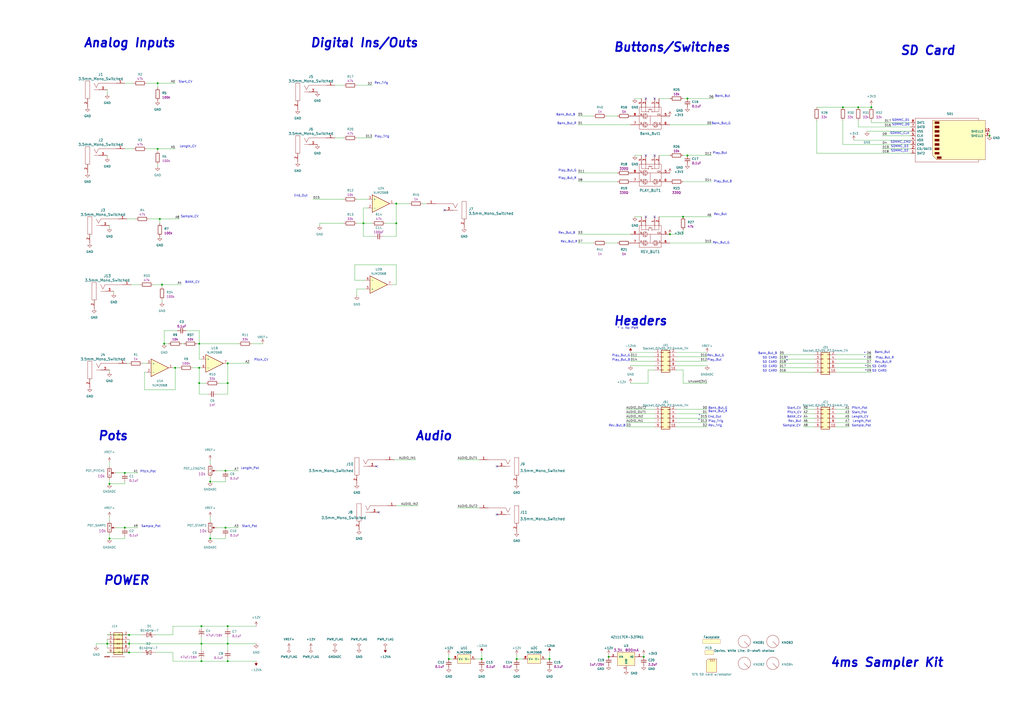
<source format=kicad_sch>
(kicad_sch (version 20230121) (generator eeschema)
  (paper "A2")
  (junction (at 116.84 373.38))
  (junction (at 121.92 279.4))
  (junction (at 63.5 280.67))
  (junction (at 92.71 127))
  (junction (at 388.62 135.89))
  (junction (at 91.44 86.36))
  (junction (at 229.87 118.11))
  (junction (at 398.78 90.17))
  (junction (at 115.57 199.39))
  (junction (at 210.82 129.54))
  (junction (at 488.95 62.23))
  (junction (at 74.93 378.46))
  (junction (at 353.06 381))
  (junction (at 63.5 312.42))
  (junction (at 74.93 373.38))
  (junction (at 116.84 363.22))
  (junction (at 93.98 165.1))
  (junction (at 62.23 373.38))
  (junction (at 373.38 381))
  (junction (at 130.81 273.05))
  (junction (at 72.39 306.07))
  (junction (at 396.24 125.73))
  (junction (at 132.08 210.82))
  (junction (at 299.72 382.27))
  (junction (at 132.08 373.38))
  (junction (at 121.92 312.42))
  (junction (at 574.04 78.74))
  (junction (at 132.08 222.25))
  (junction (at 130.81 306.07))
  (junction (at 279.4 382.27))
  (junction (at 260.35 382.27))
  (junction (at 318.77 382.27))
  (junction (at 91.44 48.26))
  (junction (at 132.08 383.54))
  (junction (at 115.57 222.25))
  (junction (at 132.08 363.22))
  (junction (at 101.6 213.36))
  (junction (at 72.39 274.32))
  (junction (at 74.93 368.3))
  (junction (at 497.84 62.23))
  (junction (at 116.84 383.54))
  (junction (at 229.87 129.54))
  (junction (at 95.25 199.39))
  (junction (at 505.46 62.23))
  (junction (at 115.57 213.36))
  (junction (at 398.78 57.15))
  (no_connect (at 288.29 270.51))
  (no_connect (at 374.65 57.15))
  (no_connect (at 379.73 90.17))
  (no_connect (at 218.44 270.51))
  (no_connect (at 379.73 57.15))
  (no_connect (at 257.81 121.92))
  (no_connect (at 379.73 125.73))
  (no_connect (at 288.29 298.45))
  (no_connect (at 374.65 125.73))
  (no_connect (at 374.65 90.17))
  (no_connect (at 219.71 297.18))
  (wire (pts (xy 132.08 373.38) (xy 132.08 377.19)))
  (wire (pts (xy 368.3 57.15) (xy 372.11 57.15)))
  (wire (pts (xy 72.39 86.36) (xy 77.47 86.36)))
  (wire (pts (xy 63.5 270.51) (xy 63.5 267.97)))
  (wire (pts (xy 72.39 312.42) (xy 72.39 311.15)))
  (wire (pts (xy 132.08 228.6) (xy 125.73 228.6)))
  (wire (pts (xy 265.43 294.64) (xy 278.13 294.64)))
  (wire (pts (xy 344.17 140.97) (xy 335.28 140.97)))
  (wire (pts (xy 485.14 215.9) (xy 505.46 215.9)))
  (wire (pts (xy 132.08 373.38) (xy 148.59 373.38)))
  (wire (pts (xy 90.17 378.46) (xy 100.33 378.46)))
  (wire (pts (xy 279.4 378.46) (xy 279.4 382.27)))
  (wire (pts (xy 241.3 266.7) (xy 228.6 266.7)))
  (wire (pts (xy 67.31 274.32) (xy 72.39 274.32)))
  (wire (pts (xy 388.62 135.89) (xy 396.24 135.89)))
  (wire (pts (xy 223.52 129.54) (xy 229.87 129.54)))
  (wire (pts (xy 485.14 245.11) (xy 492.76 245.11)))
  (wire (pts (xy 485.14 240.03) (xy 492.76 240.03)))
  (wire (pts (xy 452.12 215.9) (xy 472.44 215.9)))
  (wire (pts (xy 63.5 299.72) (xy 63.5 302.26)))
  (wire (pts (xy 73.66 210.82) (xy 74.93 210.82)))
  (wire (pts (xy 392.43 247.65) (xy 410.21 247.65)))
  (wire (pts (xy 488.95 83.82) (xy 488.95 69.85)))
  (wire (pts (xy 392.43 242.57) (xy 410.21 242.57)))
  (wire (pts (xy 452.12 210.82) (xy 472.44 210.82)))
  (wire (pts (xy 82.55 210.82) (xy 85.09 210.82)))
  (wire (pts (xy 93.98 165.1) (xy 93.98 166.37)))
  (wire (pts (xy 115.57 222.25) (xy 115.57 228.6)))
  (wire (pts (xy 116.84 373.38) (xy 116.84 377.19)))
  (wire (pts (xy 396.24 222.25) (xy 410.21 222.25)))
  (wire (pts (xy 132.08 222.25) (xy 132.08 228.6)))
  (wire (pts (xy 88.9 165.1) (xy 93.98 165.1)))
  (wire (pts (xy 388.62 72.39) (xy 412.75 72.39)))
  (wire (pts (xy 207.01 167.64) (xy 207.01 171.45)))
  (wire (pts (xy 392.43 212.09) (xy 410.21 212.09)))
  (wire (pts (xy 365.76 209.55) (xy 379.73 209.55)))
  (wire (pts (xy 375.92 214.63) (xy 379.73 214.63)))
  (wire (pts (xy 125.73 273.05) (xy 130.81 273.05)))
  (wire (pts (xy 132.08 383.54) (xy 148.59 383.54)))
  (wire (pts (xy 115.57 199.39) (xy 115.57 208.28)))
  (wire (pts (xy 505.46 71.12) (xy 505.46 69.85)))
  (wire (pts (xy 76.2 165.1) (xy 81.28 165.1)))
  (wire (pts (xy 72.39 280.67) (xy 72.39 279.4)))
  (wire (pts (xy 111.76 213.36) (xy 115.57 213.36)))
  (wire (pts (xy 63.5 309.88) (xy 63.5 312.42)))
  (wire (pts (xy 392.43 237.49) (xy 410.21 237.49)))
  (wire (pts (xy 485.14 247.65) (xy 492.76 247.65)))
  (wire (pts (xy 83.82 226.06) (xy 101.6 226.06)))
  (wire (pts (xy 392.43 240.03) (xy 410.21 240.03)))
  (wire (pts (xy 63.5 214.63) (xy 63.5 215.9)))
  (wire (pts (xy 130.81 279.4) (xy 130.81 278.13)))
  (wire (pts (xy 121.92 309.88) (xy 121.92 312.42)))
  (wire (pts (xy 62.23 90.17) (xy 62.23 91.44)))
  (wire (pts (xy 92.71 127) (xy 92.71 129.54)))
  (wire (pts (xy 229.87 118.11) (xy 229.87 129.54)))
  (wire (pts (xy 528.32 76.2) (xy 502.92 76.2)))
  (wire (pts (xy 63.5 312.42) (xy 72.39 312.42)))
  (wire (pts (xy 67.31 306.07) (xy 72.39 306.07)))
  (wire (pts (xy 205.74 162.56) (xy 205.74 153.67)))
  (wire (pts (xy 382.27 125.73) (xy 396.24 125.73)))
  (wire (pts (xy 194.31 80.01) (xy 199.39 80.01)))
  (wire (pts (xy 66.04 168.91) (xy 66.04 170.18)))
  (wire (pts (xy 115.57 191.77) (xy 115.57 199.39)))
  (wire (pts (xy 132.08 210.82) (xy 132.08 222.25)))
  (wire (pts (xy 86.36 127) (xy 92.71 127)))
  (wire (pts (xy 368.3 125.73) (xy 372.11 125.73)))
  (wire (pts (xy 210.82 137.16) (xy 210.82 129.54)))
  (wire (pts (xy 217.17 137.16) (xy 210.82 137.16)))
  (wire (pts (xy 452.12 208.28) (xy 472.44 208.28)))
  (wire (pts (xy 74.93 373.38) (xy 116.84 373.38)))
  (wire (pts (xy 121.92 279.4) (xy 130.81 279.4)))
  (wire (pts (xy 335.28 67.31) (xy 344.17 67.31)))
  (wire (pts (xy 115.57 213.36) (xy 115.57 222.25)))
  (wire (pts (xy 115.57 208.28) (xy 116.84 208.28)))
  (wire (pts (xy 392.43 207.01) (xy 410.21 207.01)))
  (wire (pts (xy 95.25 199.39) (xy 97.79 199.39)))
  (wire (pts (xy 91.44 86.36) (xy 91.44 87.63)))
  (wire (pts (xy 452.12 205.74) (xy 472.44 205.74)))
  (wire (pts (xy 116.84 364.49) (xy 116.84 363.22)))
  (wire (pts (xy 335.28 135.89) (xy 365.76 135.89)))
  (wire (pts (xy 100.33 368.3) (xy 100.33 363.22)))
  (wire (pts (xy 398.78 57.15) (xy 414.02 57.15)))
  (wire (pts (xy 485.14 205.74) (xy 505.46 205.74)))
  (wire (pts (xy 130.81 306.07) (xy 138.43 306.07)))
  (wire (pts (xy 497.84 73.66) (xy 497.84 69.85)))
  (wire (pts (xy 396.24 214.63) (xy 396.24 222.25)))
  (wire (pts (xy 505.46 62.23) (xy 505.46 60.96)))
  (wire (pts (xy 72.39 306.07) (xy 80.01 306.07)))
  (wire (pts (xy 74.93 370.84) (xy 74.93 373.38)))
  (wire (pts (xy 392.43 245.11) (xy 410.21 245.11)))
  (wire (pts (xy 207.01 49.53) (xy 215.9 49.53)))
  (wire (pts (xy 210.82 129.54) (xy 215.9 129.54)))
  (wire (pts (xy 210.82 120.65) (xy 210.82 129.54)))
  (wire (pts (xy 316.23 382.27) (xy 318.77 382.27)))
  (wire (pts (xy 528.32 86.36) (xy 511.81 86.36)))
  (wire (pts (xy 146.05 199.39) (xy 152.4 199.39)))
  (wire (pts (xy 229.87 165.1) (xy 227.33 165.1)))
  (wire (pts (xy 229.87 118.11) (xy 237.49 118.11)))
  (wire (pts (xy 194.31 49.53) (xy 199.39 49.53)))
  (wire (pts (xy 365.76 204.47) (xy 379.73 204.47)))
  (wire (pts (xy 55.88 373.38) (xy 62.23 373.38)))
  (wire (pts (xy 363.22 242.57) (xy 379.73 242.57)))
  (wire (pts (xy 485.14 213.36) (xy 505.46 213.36)))
  (wire (pts (xy 363.22 247.65) (xy 379.73 247.65)))
  (wire (pts (xy 488.95 62.23) (xy 497.84 62.23)))
  (wire (pts (xy 91.44 86.36) (xy 101.6 86.36)))
  (wire (pts (xy 73.66 127) (xy 78.74 127)))
  (wire (pts (xy 115.57 228.6) (xy 120.65 228.6)))
  (wire (pts (xy 121.92 269.24) (xy 121.92 266.7)))
  (wire (pts (xy 95.25 191.77) (xy 95.25 199.39)))
  (wire (pts (xy 205.74 153.67) (xy 229.87 153.67)))
  (wire (pts (xy 85.09 215.9) (xy 83.82 215.9)))
  (wire (pts (xy 335.28 72.39) (xy 365.76 72.39)))
  (wire (pts (xy 245.11 118.11) (xy 247.65 118.11)))
  (wire (pts (xy 396.24 125.73) (xy 412.75 125.73)))
  (wire (pts (xy 185.42 129.54) (xy 199.39 129.54)))
  (wire (pts (xy 396.24 133.35) (xy 396.24 135.89)))
  (wire (pts (xy 93.98 173.99) (xy 93.98 175.26)))
  (wire (pts (xy 242.57 293.37) (xy 229.87 293.37)))
  (wire (pts (xy 528.32 71.12) (xy 505.46 71.12)))
  (wire (pts (xy 100.33 363.22) (xy 116.84 363.22)))
  (wire (pts (xy 74.93 368.3) (xy 82.55 368.3)))
  (wire (pts (xy 72.39 48.26) (xy 77.47 48.26)))
  (wire (pts (xy 358.14 140.97) (xy 351.79 140.97)))
  (wire (pts (xy 62.23 368.3) (xy 74.93 368.3)))
  (wire (pts (xy 466.09 242.57) (xy 472.44 242.57)))
  (wire (pts (xy 91.44 48.26) (xy 91.44 50.8)))
  (wire (pts (xy 396.24 90.17) (xy 398.78 90.17)))
  (wire (pts (xy 365.76 212.09) (xy 379.73 212.09)))
  (wire (pts (xy 100.33 378.46) (xy 100.33 383.54)))
  (wire (pts (xy 148.59 363.22) (xy 132.08 363.22)))
  (wire (pts (xy 95.25 191.77) (xy 102.87 191.77)))
  (wire (pts (xy 132.08 364.49) (xy 132.08 363.22)))
  (wire (pts (xy 485.14 208.28) (xy 505.46 208.28)))
  (wire (pts (xy 363.22 245.11) (xy 379.73 245.11)))
  (wire (pts (xy 528.32 83.82) (xy 488.95 83.82)))
  (wire (pts (xy 125.73 306.07) (xy 130.81 306.07)))
  (wire (pts (xy 63.5 130.81) (xy 63.5 132.08)))
  (wire (pts (xy 265.43 266.7) (xy 278.13 266.7)))
  (wire (pts (xy 528.32 81.28) (xy 495.3 81.28)))
  (wire (pts (xy 398.78 90.17) (xy 412.75 90.17)))
  (wire (pts (xy 100.33 213.36) (xy 101.6 213.36)))
  (wire (pts (xy 116.84 373.38) (xy 132.08 373.38)))
  (wire (pts (xy 228.6 118.11) (xy 229.87 118.11)))
  (wire (pts (xy 127 222.25) (xy 132.08 222.25)))
  (wire (pts (xy 115.57 213.36) (xy 116.84 213.36)))
  (wire (pts (xy 388.62 140.97) (xy 412.75 140.97)))
  (wire (pts (xy 410.21 209.55) (xy 392.43 209.55)))
  (wire (pts (xy 368.3 90.17) (xy 372.11 90.17)))
  (wire (pts (xy 365.76 207.01) (xy 379.73 207.01)))
  (wire (pts (xy 62.23 52.07) (xy 62.23 54.61)))
  (wire (pts (xy 229.87 153.67) (xy 229.87 165.1)))
  (wire (pts (xy 92.71 127) (xy 104.14 127)))
  (wire (pts (xy 130.81 312.42) (xy 130.81 311.15)))
  (wire (pts (xy 365.76 222.25) (xy 375.92 222.25)))
  (wire (pts (xy 121.92 312.42) (xy 130.81 312.42)))
  (wire (pts (xy 115.57 191.77) (xy 107.95 191.77)))
  (wire (pts (xy 528.32 73.66) (xy 497.84 73.66)))
  (wire (pts (xy 116.84 383.54) (xy 132.08 383.54)))
  (wire (pts (xy 358.14 67.31) (xy 351.79 67.31)))
  (wire (pts (xy 473.71 62.23) (xy 488.95 62.23)))
  (wire (pts (xy 62.23 373.38) (xy 62.23 375.92)))
  (wire (pts (xy 213.36 120.65) (xy 210.82 120.65)))
  (wire (pts (xy 114.3 199.39) (xy 115.57 199.39)))
  (wire (pts (xy 116.84 382.27) (xy 116.84 383.54)))
  (wire (pts (xy 222.25 137.16) (xy 229.87 137.16)))
  (wire (pts (xy 181.61 115.57) (xy 199.39 115.57)))
  (wire (pts (xy 132.08 210.82) (xy 144.78 210.82)))
  (wire (pts (xy 83.82 215.9) (xy 83.82 226.06)))
  (wire (pts (xy 130.81 273.05) (xy 138.43 273.05)))
  (wire (pts (xy 382.27 57.15) (xy 388.62 57.15)))
  (wire (pts (xy 299.72 379.73) (xy 299.72 382.27)))
  (wire (pts (xy 74.93 373.38) (xy 74.93 375.92)))
  (wire (pts (xy 207.01 129.54) (xy 210.82 129.54)))
  (wire (pts (xy 466.09 237.49) (xy 472.44 237.49)))
  (wire (pts (xy 485.14 210.82) (xy 505.46 210.82)))
  (wire (pts (xy 121.92 299.72) (xy 121.92 302.26)))
  (wire (pts (xy 62.23 373.38) (xy 74.93 373.38)))
  (wire (pts (xy 116.84 369.57) (xy 116.84 373.38)))
  (wire (pts (xy 497.84 62.23) (xy 505.46 62.23)))
  (wire (pts (xy 466.09 245.11) (xy 472.44 245.11)))
  (wire (pts (xy 105.41 199.39) (xy 106.68 199.39)))
  (wire (pts (xy 101.6 226.06) (xy 101.6 213.36)))
  (wire (pts (xy 116.84 363.22) (xy 132.08 363.22)))
  (wire (pts (xy 90.17 368.3) (xy 100.33 368.3)))
  (wire (pts (xy 363.22 240.03) (xy 379.73 240.03)))
  (wire (pts (xy 373.38 379.73) (xy 373.38 381)))
  (wire (pts (xy 485.14 237.49) (xy 492.76 237.49)))
  (wire (pts (xy 318.77 378.46) (xy 318.77 382.27)))
  (wire (pts (xy 63.5 280.67) (xy 72.39 280.67)))
  (wire (pts (xy 353.06 379.73) (xy 353.06 381)))
  (wire (pts (xy 85.09 86.36) (xy 91.44 86.36)))
  (wire (pts (xy 207.01 80.01) (xy 215.9 80.01)))
  (wire (pts (xy 466.09 247.65) (xy 472.44 247.65)))
  (wire (pts (xy 100.33 383.54) (xy 116.84 383.54)))
  (wire (pts (xy 62.23 378.46) (xy 74.93 378.46)))
  (wire (pts (xy 85.09 48.26) (xy 91.44 48.26)))
  (wire (pts (xy 132.08 369.57) (xy 132.08 373.38)))
  (wire (pts (xy 212.09 167.64) (xy 207.01 167.64)))
  (wire (pts (xy 485.14 242.57) (xy 492.76 242.57)))
  (wire (pts (xy 72.39 274.32) (xy 80.01 274.32)))
  (wire (pts (xy 466.09 240.03) (xy 472.44 240.03)))
  (wire (pts (xy 91.44 95.25) (xy 91.44 96.52)))
  (wire (pts (xy 207.01 115.57) (xy 213.36 115.57)))
  (wire (pts (xy 121.92 276.86) (xy 121.92 279.4)))
  (wire (pts (xy 335.28 105.41) (xy 358.14 105.41)))
  (wire (pts (xy 101.6 213.36) (xy 104.14 213.36)))
  (wire (pts (xy 212.09 162.56) (xy 205.74 162.56)))
  (wire (pts (xy 382.27 90.17) (xy 388.62 90.17)))
  (wire (pts (xy 260.35 382.27) (xy 262.89 382.27)))
  (wire (pts (xy 375.92 222.25) (xy 375.92 214.63)))
  (wire (pts (xy 62.23 370.84) (xy 62.23 373.38)))
  (wire (pts (xy 299.72 382.27) (xy 303.53 382.27)))
  (wire (pts (xy 392.43 204.47) (xy 410.21 204.47)))
  (wire (pts (xy 74.93 378.46) (xy 82.55 378.46)))
  (wire (pts (xy 55.88 374.65) (xy 55.88 373.38)))
  (wire (pts (xy 132.08 382.27) (xy 132.08 383.54)))
  (wire (pts (xy 275.59 382.27) (xy 279.4 382.27)))
  (wire (pts (xy 335.28 100.33) (xy 358.14 100.33)))
  (wire (pts (xy 473.71 88.9) (xy 473.71 69.85)))
  (wire (pts (xy 363.22 237.49) (xy 379.73 237.49)))
  (wire (pts (xy 392.43 214.63) (xy 396.24 214.63)))
  (wire (pts (xy 574.04 78.74) (xy 574.04 76.2)))
  (wire (pts (xy 396.24 57.15) (xy 398.78 57.15)))
  (wire (pts (xy 115.57 222.25) (xy 119.38 222.25)))
  (wire (pts (xy 63.5 278.13) (xy 63.5 280.67)))
  (wire (pts (xy 115.57 199.39) (xy 138.43 199.39)))
  (wire (pts (xy 528.32 78.74) (xy 511.81 78.74)))
  (wire (pts (xy 260.35 379.73) (xy 260.35 382.27)))
  (wire (pts (xy 185.42 129.54) (xy 185.42 130.81)))
  (wire (pts (xy 452.12 213.36) (xy 472.44 213.36)))
  (wire (pts (xy 396.24 105.41) (xy 412.75 105.41)))
  (wire (pts (xy 528.32 88.9) (xy 473.71 88.9)))
  (wire (pts (xy 91.44 48.26) (xy 101.6 48.26)))
  (wire (pts (xy 93.98 165.1) (xy 105.41 165.1)))
  (wire (pts (xy 229.87 129.54) (xy 229.87 137.16)))
  (text "Rev_Trig" (at 217.17 48.895 0) (effects (font (size 1.27 1.27)) (justify left bottom)))
  (text "SD CARD" (at 514.35 213.36 0) (effects (font (size 1.27 1.27)) (justify right bottom)))
  (text "Play_But_B" (at 354.965 209.55 0) (effects (font (size 1.27 1.27)) (justify left bottom)))
  (text "Play_Trig" (at 217.17 80.01 0) (effects (font (size 1.27 1.27)) (justify left bottom)))
  (text "Rev_But_R" (at 325.12 140.97 0) (effects (font (size 1.27 1.27)) (justify left bottom)))
  (text "SD CARD" (at 450.85 213.36 0) (effects (font (size 1.27 1.27)) (justify right bottom)))
  (text "SDMMC_CMD" (at 528.32 83.185 0) (effects (font (size 1.27 1.27)) (justify right bottom)))
  (text "Play_But_B" (at 414.02 106.045 0) (effects (font (size 1.27 1.27)) (justify left bottom)))
  (text "Bank_But" (at 414.655 56.515 0) (effects (font (size 1.27 1.27)) (justify left bottom)))
  (text "Bank_But_R" (at 410.845 239.395 0) (effects (font (size 1.27 1.27)) (justify left bottom)))
  (text "Rev_But_B" (at 323.85 135.89 0) (effects (font (size 1.27 1.27)) (justify left bottom)))
  (text "Sample_Pot" (at 81.915 306.07 0) (effects (font (size 1.27 1.27)) (justify left bottom)))
  (text "Play_But_G" (at 323.85 99.695 0) (effects (font (size 1.27 1.27)) (justify left bottom)))
  (text "*" (at 501.015 208.28 0) (effects (font (size 1.27 1.27)) (justify left bottom)))
  (text "Bank_But_G" (at 412.75 72.39 0) (effects (font (size 1.27 1.27)) (justify left bottom)))
  (text "Length_CV" (at 494.03 242.57 0) (effects (font (size 1.27 1.27)) (justify left bottom)))
  (text "Rev_Trig" (at 410.845 247.65 0) (effects (font (size 1.27 1.27)) (justify left bottom)))
  (text "Headers" (at 355.6 189.23 0) (effects (font (size 5.08 5.08) (thickness 1.016) bold italic) (justify left bottom)))
  (text "Digital Ins/Outs" (at 179.705 27.94 0) (effects (font (size 5.08 5.08) (thickness 1.016) bold italic) (justify left bottom)))
  (text "Play_But_R" (at 508 208.28 0) (effects (font (size 1.27 1.27)) (justify left bottom)))
  (text "Rev_But_G" (at 413.385 141.605 0) (effects (font (size 1.27 1.27)) (justify left bottom)))
  (text "Bank_But_G" (at 410.845 237.49 0) (effects (font (size 1.27 1.27)) (justify left bottom)))
  (text "*" (at 405.13 241.935 0) (effects (font (size 1.27 1.27)) (justify left bottom)))
  (text "Start_Pot" (at 494.03 240.03 0) (effects (font (size 1.27 1.27)) (justify left bottom)))
  (text "Start_CV" (at 456.565 237.49 0) (effects (font (size 1.27 1.27)) (justify left bottom)))
  (text "Pitch_CV" (at 456.565 240.03 0) (effects (font (size 1.27 1.27)) (justify left bottom)))
  (text "SDMMC_D2" (at 527.05 88.265 0) (effects (font (size 1.27 1.27)) (justify right bottom)))
  (text "SDMMC_D0" (at 527.685 73.025 0) (effects (font (size 1.27 1.27)) (justify right bottom)))
  (text "Length_Pot" (at 494.665 245.11 0) (effects (font (size 1.27 1.27)) (justify left bottom)))
  (text "Play_But_R" (at 323.85 104.14 0) (effects (font (size 1.27 1.27)) (justify left bottom)))
  (text "Audio" (at 240.665 255.905 0) (effects (font (size 5.08 5.08) (thickness 1.016) bold italic) (justify left bottom)))
  (text "Rev_But" (at 414.02 125.095 0) (effects (font (size 1.27 1.27)) (justify left bottom)))
  (text "Analog Inputs" (at 48.26 27.94 0) (effects (font (size 5.08 5.08) (thickness 1.016) bold italic) (justify left bottom)))
  (text "SD Card" (at 521.97 32.385 0) (effects (font (size 5.08 5.08) (thickness 1.016) bold italic) (justify left bottom)))
  (text "Rev_But" (at 457.2 245.11 0) (effects (font (size 1.27 1.27)) (justify left bottom)))
  (text "*" (at 501.65 213.36 0) (effects (font (size 1.27 1.27)) (justify left bottom)))
  (text "SDMMC_D1" (at 527.685 70.485 0) (effects (font (size 1.27 1.27)) (justify right bottom)))
  (text "Buttons/Switches" (at 355.6 30.48 0) (effects (font (size 5.08 5.08) (thickness 1.016) bold italic) (justify left bottom)))
  (text "Pitch_Pot" (at 494.03 237.49 0) (effects (font (size 1.27 1.27)) (justify left bottom)))
  (text "Sample_Pot" (at 494.03 247.65 0) (effects (font (size 1.27 1.27)) (justify left bottom)))
  (text "Play_But" (at 410.21 209.55 0) (effects (font (size 1.27 1.27)) (justify left bottom)))
  (text "Start_Pot" (at 140.335 306.07 0) (effects (font (size 1.27 1.27)) (justify left bottom)))
  (text "*" (at 501.015 205.74 0) (effects (font (size 1.27 1.27)) (justify left bottom)))
  (text "Start_CV" (at 103.505 48.26 0) (effects (font (size 1.27 1.27)) (justify left bottom)))
  (text "Play_Trig" (at 410.845 245.11 0) (effects (font (size 1.27 1.27)) (justify left bottom)))
  (text "*" (at 455.93 208.28 0) (effects (font (size 1.27 1.27)) (justify left bottom)))
  (text "Rev_But_G" (at 410.21 207.01 0) (effects (font (size 1.27 1.27)) (justify left bottom)))
  (text "SD CARD" (at 514.35 215.9 0) (effects (font (size 1.27 1.27)) (justify right bottom)))
  (text "*" (at 455.93 210.185 0) (effects (font (size 1.27 1.27)) (justify left bottom)))
  (text "BANK_CV" (at 456.565 242.57 0) (effects (font (size 1.27 1.27)) (justify left bottom)))
  (text "Sample_CV" (at 104.775 126.365 0) (effects (font (size 1.27 1.27)) (justify left bottom)))
  (text "Bank_But_B" (at 322.58 67.31 0) (effects (font (size 1.27 1.27)) (justify left bottom)))
  (text "SD CARD" (at 450.85 208.28 0) (effects (font (size 1.27 1.27)) (justify right bottom)))
  (text "Play_But_G" (at 354.965 207.01 0) (effects (font (size 1.27 1.27)) (justify left bottom)))
  (text "Pitch_CV" (at 147.32 209.55 0) (effects (font (size 1.27 1.27)) (justify left bottom)))
  (text "*" (at 501.65 215.9 0) (effects (font (size 1.27 1.27)) (justify left bottom)))
  (text "Pots" (at 56.515 255.905 0) (effects (font (size 5.08 5.08) (thickness 1.016) bold italic) (justify left bottom)))
  (text "Rev_But_B" (at 353.06 247.65 0) (effects (font (size 1.27 1.27)) (justify left bottom)))
  (text "SDMMC_CLK" (at 527.685 78.105 0) (effects (font (size 1.27 1.27)) (justify right bottom)))
  (text "Rev_But_R" (at 507.365 210.82 0) (effects (font (size 1.27 1.27)) (justify left bottom)))
  (text "*" (at 404.8824 244.6801 0) (effects (font (size 1.27 1.27)) (justify left bottom)))
  (text "End_Out" (at 418.465 242.57 0) (effects (font (size 1.27 1.27)) (justify right bottom)))
  (text "4ms Sampler Kit" (at 481.33 387.35 0) (effects (font (size 5.08 5.08) (thickness 1.016) bold italic) (justify left bottom)))
  (text "Bank_But" (at 507.365 205.105 0) (effects (font (size 1.27 1.27)) (justify left bottom)))
  (text "* = No PWM" (at 358.14 191.135 0) (effects (font (size 1.27 1.27)) (justify left bottom)))
  (text "Pitch_Pot" (at 81.28 274.32 0) (effects (font (size 1.27 1.27)) (justify left bottom)))
  (text "SDMMC_D3" (at 527.05 85.725 0) (effects (font (size 1.27 1.27)) (justify right bottom)))
  (text "POWER" (at 59.69 339.725 0) (effects (font (size 5.08 5.08) (thickness 1.016) bold italic) (justify left bottom)))
  (text "End_Out" (at 178.435 114.3 0) (effects (font (size 1.27 1.27)) (justify right bottom)))
  (text "SD CARD" (at 450.85 210.82 0) (effects (font (size 1.27 1.27)) (justify right bottom)))
  (text "Bank_But_B" (at 450.85 205.74 0) (effects (font (size 1.27 1.27)) (justify right bottom)))
  (text "Length_Pot" (at 139.7 272.415 0) (effects (font (size 1.27 1.27)) (justify left bottom)))
  (text "Sample_CV" (at 454.025 247.65 0) (effects (font (size 1.27 1.27)) (justify left bottom)))
  (text "Play_But" (at 413.385 89.535 0) (effects (font (size 1.27 1.27)) (justify left bottom)))
  (text "Length_CV" (at 104.14 85.725 0) (effects (font (size 1.27 1.27)) (justify left bottom)))
  (text "SD CARD" (at 450.85 215.9 0) (effects (font (size 1.27 1.27)) (justify right bottom)))
  (text "Bank_But_R" (at 323.215 72.39 0) (effects (font (size 1.27 1.27)) (justify left bottom)))
  (text "BANK_CV" (at 107.315 164.465 0) (effects (font (size 1.27 1.27)) (justify left bottom)))
  (label "D17" (at 452.12 213.36 0))
  (label "D7" (at 505.46 210.82 180))
  (label "D14" (at 365.76 209.55 0))
  (label "D12" (at 410.21 209.55 180))
  (label "A5" (at 492.76 242.57 180))
  (label "A2" (at 144.78 210.82 180))
  (label "D19" (at 452.12 208.28 0))
  (label "D11" (at 335.28 100.33 0))
  (label "A4" (at 105.41 165.1 180))
  (label "A6" (at 466.09 245.11 0))
  (label "D18" (at 452.12 210.82 0))
  (label "D3" (at 335.28 135.89 0))
  (label "A1" (at 492.76 237.49 180))
  (label "D13" (at 410.21 245.11 180))
  (label "D10" (at 410.21 207.01 180))
  (label "A1" (at 80.01 274.32 180))
  (label "AUDIO_IN1" (at 363.22 245.11 0))
  (label "A8" (at 466.09 247.65 0))
  (label "D3" (at 363.22 247.65 0))
  (label "D10" (at 412.75 140.97 180))
  (label "A7" (at 138.43 273.05 180))
  (label "D15" (at 181.61 115.57 0))
  (label "D0" (at 412.75 72.39 180))
  (label "D18" (at 511.81 88.9 0))
  (label "D16" (at 513.08 73.66 0))
  (label "A0" (at 466.09 237.49 0))
  (label "D1" (at 335.28 72.39 0))
  (label "D2" (at 410.21 247.65 180))
  (label "AUDIO_IN1" (at 241.3 266.7 180))
  (label "D6" (at 505.46 205.74 180))
  (label "A3" (at 138.43 306.07 180))
  (label "D1" (at 410.21 240.03 180))
  (label "AUDIO_OUT1" (at 265.43 266.7 0))
  (label "D4" (at 505.46 213.36 180))
  (label "D0" (at 410.21 237.49 180))
  (label "A9" (at 80.01 306.07 180))
  (label "D2" (at 215.9 49.53 180))
  (label "D5" (at 335.28 67.31 0))
  (label "D6" (at 414.02 57.15 180))
  (label "AUDIO_OUT1" (at 363.22 240.03 0))
  (label "D14" (at 412.75 105.41 180))
  (label "D11" (at 365.76 207.01 0))
  (label "D5" (at 452.12 205.74 0))
  (label "A7" (at 492.76 245.11 180))
  (label "AUDIO_OUT2" (at 265.43 294.64 0))
  (label "A3" (at 492.76 240.03 180))
  (label "D19" (at 511.81 86.36 0))
  (label "A6" (at 412.75 125.73 180))
  (label "A4" (at 466.09 242.57 0))
  (label "D7" (at 335.28 140.97 0))
  (label "A9" (at 492.76 247.65 180))
  (label "A8" (at 104.14 127 180))
  (label "D12" (at 412.75 90.17 180))
  (label "D4" (at 511.81 83.82 0))
  (label "D9" (at 511.81 78.74 0))
  (label "Unused(5V)" (at 410.21 222.25 180))
  (label "D17" (at 513.08 71.12 0))
  (label "D16" (at 452.12 215.9 0))
  (label "AUDIO_IN2" (at 363.22 242.57 0))
  (label "A5" (at 101.6 86.36 180))
  (label "AUDIO_OUT2" (at 363.22 237.49 0))
  (label "A0" (at 101.6 48.26 180))
  (label "A2" (at 466.09 240.03 0))
  (label "D13" (at 215.9 80.01 180))
  (label "AUDIO_IN2" (at 242.57 293.37 180))
  (label "D8" (at 335.28 105.41 0))
  (label "D8" (at 505.46 208.28 180))
  (label "D9" (at 505.46 215.9 180))
  (label "D15" (at 410.21 242.57 180))
  (symbol (lib_id "4ms_Power-symbol:GND") (at 368.3 57.15 0) (unit 1)
    (property "Reference" "#PWR049" (effects hide))
    (property "Value" "GND" (at 368.3 62.23 0))
  )
  (symbol (lib_id "power:GND") (at 208.28 375.92 0) (unit 1)
    (property "Reference" "#PWR036" (effects hide))
    (property "Value" "GND" (at 208.28 381 0))
  )
  (symbol (lib_id "4ms_Capacitor:0.1uF_0603_16V") (at 72.39 276.86 0) (unit 1)
    (property "Reference" "C1" (at 74.93 276.2313 0) (effects (justify left)))
    (property "Value" "0.1uF_0603_16V" (effects hide))
    (property "Footprint" "4ms_Capacitor:C_0603" (effects hide))
    (property "Display" "0.1uF" (at 74.93 278.7713 0) (effects (justify left)))
    (property "Specifications" "0.1uF, Min. 16V 10%, X7R or X5R or similar" (effects hide))
    (property "Manufacturer" "AVX Corporation" (effects hide))
    (property "Part Number" "0603YC104KAT2A" (effects hide))
    (property "JLCPCB ID" "C14663" (effects hide))
    (property "Production Stage" "A" (effects hide))
  )
  (symbol (lib_id "4ms_Resistor_0603:10k_0603") (at 101.6 199.39 90) (unit 1)
    (property "Reference" "R9" (at 101.6 194.31 90))
    (property "Value" "10k_0603" (effects hide))
    (property "Footprint" "4ms_Resistor:R_0603" (effects hide))
    (property "Specifications" "10k, 1%, 1/10W, 0603" (effects hide))
    (property "Manufacturer" "Yageo" (effects hide))
    (property "Part Number" "RC0603FR-0710KL" (effects hide))
    (property "Display" "10k" (at 101.6 196.85 90))
    (property "JLCPCB ID" "C98220" (effects hide))
    (property "Production Stage" "A" (effects hide))
  )
  (symbol (lib_id "4ms_Power-symbol:+3.3V") (at 373.38 379.73 0) (unit 1)
    (property "Reference" "#PWR0102" (effects hide))
    (property "Value" "+3.3V" (at 375.92 379.095 0) (effects (justify left)))
  )
  (symbol (lib_id "4ms_Resistor_0603:47k_0603") (at 81.28 48.26 90) (unit 1)
    (property "Reference" "R2" (at 81.28 43.18 90))
    (property "Value" "47k_0603" (effects hide))
    (property "Footprint" "4ms_Resistor:R_0603" (effects hide))
    (property "Specifications" "47k, 1%, 1/10W, 0603" (effects hide))
    (property "Manufacturer" "Yageo" (effects hide))
    (property "Part Number" "RC0603FR-0747KL" (effects hide))
    (property "Display" "47k" (at 81.28 45.72 90))
    (property "JLCPCB ID" "C105579" (effects hide))
    (property "Production Stage" "A" (effects hide))
  )
  (symbol (lib_id "4ms_Resistor_0603:33k_0603") (at 142.24 199.39 90) (unit 1)
    (property "Reference" "R11" (at 142.24 194.31 90))
    (property "Value" "33k_0603" (effects hide))
    (property "Footprint" "4ms_Resistor:R_0603" (effects hide))
    (property "Specifications" "33k, 1%, 1/10W, 0603" (effects hide))
    (property "Manufacturer" "Yageo" (effects hide))
    (property "Part Number" "RC0603FR-0733KL" (effects hide))
    (property "Display" "33k" (at 142.24 196.85 90))
    (property "JLCPCB ID" "C126359" (effects hide))
    (property "Production Stage" "A" (effects hide))
  )
  (symbol (lib_id "4ms_Power-symbol:GNDADC") (at 194.31 375.92 0) (unit 1)
    (property "Reference" "#PWR032" (effects hide))
    (property "Value" "GNDADC" (at 194.31 381 0))
  )
  (symbol (lib_id "4ms_Power-symbol:GND") (at 184.15 83.82 0) (unit 1)
    (property "Reference" "#PWR031" (effects hide))
    (property "Value" "GND" (at 184.15 88.9 0))
  )
  (symbol (lib_id "4ms_Resistor_0603:1k_0603") (at 241.3 118.11 90) (unit 1)
    (property "Reference" "R15" (at 241.3 113.03 90))
    (property "Value" "1k_0603" (effects hide))
    (property "Footprint" "4ms_Resistor:R_0603" (effects hide))
    (property "Specifications" "1k, 1%, 1/10W, 0603" (effects hide))
    (property "Manufacturer" "Yageo" (effects hide))
    (property "Part Number" "RC0603FR-071KL" (effects hide))
    (property "Display" "1k" (at 241.3 115.57 90))
    (property "JLCPCB ID" "C22548" (effects hide))
    (property "Production Stage" "A" (effects hide))
  )
  (symbol (lib_id "4ms_Power-symbol:GNDADC") (at 63.5 280.67 0) (unit 1)
    (property "Reference" "#PWR011" (effects hide))
    (property "Value" "GNDADC" (at 63.5 285.115 0))
  )
  (symbol (lib_id "4ms_Resistor_0603:47k_0603") (at 203.2 49.53 90) (unit 1)
    (property "Reference" "R17" (at 203.2 44.45 90))
    (property "Value" "47k_0603" (effects hide))
    (property "Footprint" "4ms_Resistor:R_0603" (effects hide))
    (property "Specifications" "47k, 1%, 1/10W, 0603" (effects hide))
    (property "Manufacturer" "Yageo" (effects hide))
    (property "Part Number" "RC0603FR-0747KL" (effects hide))
    (property "Display" "47k" (at 203.2 46.99 90))
    (property "JLCPCB ID" "C105579" (effects hide))
    (property "Production Stage" "A" (effects hide))
  )
  (symbol (lib_id "4ms_Capacitor:0.1uF_0603_16V") (at 130.81 308.61 0) (unit 1)
    (property "Reference" "C10" (at 133.35 307.9813 0) (effects (justify left)))
    (property "Value" "0.1uF_0603_16V" (effects hide))
    (property "Footprint" "4ms_Capacitor:C_0603" (effects hide))
    (property "Display" "0.1uF" (at 133.35 310.5213 0) (effects (justify left)))
    (property "Specifications" "0.1uF, Min. 16V 10%, X7R or X5R or similar" (effects hide))
    (property "Manufacturer" "AVX Corporation" (effects hide))
    (property "Part Number" "0603YC104KAT2A" (effects hide))
    (property "JLCPCB ID" "C14663" (effects hide))
    (property "Production Stage" "A" (effects hide))
  )
  (symbol (lib_id "4ms_Power-symbol:GNDADC") (at 121.92 312.42 0) (unit 1)
    (property "Reference" "#PWR021" (effects hide))
    (property "Value" "GNDADC" (at 121.92 317.5 0))
  )
  (symbol (lib_id "4ms_Power-symbol:GND") (at 184.15 53.34 0) (unit 1)
    (property "Reference" "#PWR030" (effects hide))
    (property "Value" "GND" (at 184.15 58.42 0))
  )
  (symbol (lib_id "4ms_Power-symbol:GND") (at 50.8 100.33 0) (unit 1)
    (property "Reference" "#PWR02" (effects hide))
    (property "Value" "GND" (at 50.8 105.41 0))
  )
  (symbol (lib_id "4ms_Power-symbol:+12V") (at 148.59 363.22 0) (unit 1)
    (property "Reference" "#PWR023" (effects hide))
    (property "Value" "+12V" (at 148.59 358.14 0))
  )
  (symbol (lib_id "4ms_Resistor_0603:47k_0603") (at 81.28 86.36 90) (unit 1)
    (property "Reference" "R3" (at 81.28 81.28 90))
    (property "Value" "47k_0603" (effects hide))
    (property "Footprint" "4ms_Resistor:R_0603" (effects hide))
    (property "Specifications" "47k, 1%, 1/10W, 0603" (effects hide))
    (property "Manufacturer" "Yageo" (effects hide))
    (property "Part Number" "RC0603FR-0747KL" (effects hide))
    (property "Display" "47k" (at 81.28 83.82 90))
    (property "JLCPCB ID" "C105579" (effects hide))
    (property "Production Stage" "A" (effects hide))
  )
  (symbol (lib_id "4ms_Resistor_0603:33k_0603") (at 203.2 129.54 90) (unit 1)
    (property "Reference" "R13" (at 203.2 124.46 90))
    (property "Value" "33k_0603" (effects hide))
    (property "Footprint" "4ms_Resistor:R_0603" (effects hide))
    (property "Specifications" "33k, 1%, 1/10W, 0603" (effects hide))
    (property "Manufacturer" "Yageo" (effects hide))
    (property "Part Number" "RC0603FR-0733KL" (effects hide))
    (property "Display" "33k" (at 203.2 127 90))
    (property "JLCPCB ID" "C126359" (effects hide))
    (property "Production Stage" "A" (effects hide))
  )
  (symbol (lib_id "4ms_Resistor_0603:10k_0603") (at 110.49 199.39 90) (unit 1)
    (property "Reference" "R37" (at 110.49 194.31 90))
    (property "Value" "10k_0603" (effects hide))
    (property "Footprint" "4ms_Resistor:R_0603" (effects hide))
    (property "Specifications" "10k, 1%, 1/10W, 0603" (effects hide))
    (property "Manufacturer" "Yageo" (effects hide))
    (property "Part Number" "RC0603FR-0710KL" (effects hide))
    (property "Display" "10k" (at 110.49 196.85 90))
    (property "JLCPCB ID" "C98220" (effects hide))
    (property "Production Stage" "A" (effects hide))
  )
  (symbol (lib_id "power:GND") (at 269.24 132.08 0) (unit 1)
    (property "Reference" "#PWR040" (effects hide))
    (property "Value" "GND" (at 269.24 137.16 0))
  )
  (symbol (lib_id "4ms_Hardware:Knob_Davies_WhiteLine") (at 431.8 384.81 0) (unit 1) (on_board no)
    (property "Reference" "KNOB2" (at 436.88 385.445 0) (effects (justify left)))
    (property "Value" "Davies, White Line, D-shaft shallow" (effects hide))
    (property "Manufacturer" "Chia Shin Knobs" (effects hide))
    (property "Part Number" "CP-BUA-6-0DX10.5W7" (effects hide))
    (property "Specifications" "White Line, Diameter: ?mm, D-shaft 3.5mm depth" (effects hide))
    (property "Production Stage" "E" (effects hide))
  )
  (symbol (lib_id "4ms_Power-symbol:GND") (at 91.44 58.42 0) (unit 1)
    (property "Reference" "#PWR014" (effects hide))
    (property "Value" "GND" (at 91.44 63.5 0))
  )
  (symbol (lib_id "4ms_Capacitor:0.1uF_0603_16V") (at 318.77 384.81 0) (unit 1)
    (property "Reference" "C15" (at 321.31 384.1813 0) (effects (justify left)))
    (property "Value" "0.1uF_0603_16V" (effects hide))
    (property "Footprint" "4ms_Capacitor:C_0603" (effects hide))
    (property "Display" "0.1uF" (at 321.31 386.7213 0) (effects (justify left)))
    (property "Specifications" "0.1uF, Min. 16V 10%, X7R or X5R or similar" (effects hide))
    (property "Manufacturer" "AVX Corporation" (effects hide))
    (property "Part Number" "0603YC104KAT2A" (effects hide))
    (property "JLCPCB ID" "C14663" (effects hide))
    (property "Production Stage" "A" (effects hide))
  )
  (symbol (lib_id "4ms_Power-symbol:GND") (at 279.4 387.35 0) (unit 1)
    (property "Reference" "#PWR042" (effects hide))
    (property "Value" "GND" (at 279.4 392.43 0))
  )
  (symbol (lib_id "4ms_Power-symbol:GND") (at 398.78 95.25 0) (unit 1)
    (property "Reference" "#PWR059" (effects hide))
    (property "Value" "GND" (at 396.24 97.155 0) (effects (justify right)))
  )
  (symbol (lib_id "power:GND") (at 365.76 212.09 0) (unit 1)
    (property "Reference" "#PWR053" (effects hide))
    (property "Value" "GND" (at 365.76 217.17 0))
  )
  (symbol (lib_id "4ms_Hardware:Faceplate") (at 412.75 372.11 0) (unit 1) (on_board no)
    (property "Reference" "FP1" (effects hide))
    (property "Value" "Faceplate" (at 412.75 369.57 0))
    (property "Part Number" "sampler-faceplate-v1.0" (effects hide))
    (property "Manufacturer" "Posin" (effects hide))
    (property "Specifications" "Sampler Faceplate, FR-4, HASL-LF, matte black mask, white silk" (effects hide))
    (property "Production Stage" "D" (effects hide))
  )
  (symbol (lib_id "4ms_Power-symbol:GND") (at 95.25 199.39 0) (unit 1)
    (property "Reference" "#PWR017" (effects hide))
    (property "Value" "GND" (at 95.25 204.47 0))
  )
  (symbol (lib_id "4ms_Hardware:microSDcard_STS") (at 412.75 386.08 0) (unit 1) (on_board no)
    (property "Reference" "U4" (effects hide))
    (property "Value" "STS SD card w/adaptor" (at 401.32 391.16 0) (effects (justify left)))
    (property "Manufacturer" "DiskCopy" (effects hide))
    (property "Part Number" "Sample Pack 2.0" (effects hide))
    (property "Specifications" "microSD Card, 16GB with STS Sample Pack. Includes SD adaptor" (effects hide))
    (property "Production Stage" "E" (effects hide))
  )
  (symbol (lib_id "4ms_Connector:Socket_02x05_P2.54mm_TH") (at 478.79 207.01 0) (unit 1)
    (property "Reference" "JD1" (at 478.79 201.4601 0))
    (property "Value" "Socket_02x05_P2.54mm_TH" (at 478.79 203.3811 0))
    (property "Footprint" "4ms_Connector:Socket_2x05_2.54mm_TH" (effects hide))
    (property "Datasheet" "https://suddendocs.samtec.com/catalog_english/ssw_th.pdf" (effects hide))
    (property "Specifications" "HEADER 2x5 FEMALE SOCKET 0.100” 180deg, Height=8.5mm" (effects hide))
    (property "Manufacturer" "Samtec" (effects hide))
    (property "Part Number" "SSW-105-01-T-D" (effects hide))
    (property "Production Stage" "B" (effects hide))
  )
  (symbol (lib_id "4ms_Power-symbol:GND") (at 299.72 280.67 0) (unit 1)
    (property "Reference" "#PWR035" (effects hide))
    (property "Value" "GND" (at 299.72 285.75 0))
  )
  (symbol (lib_id "4ms_Capacitor:0.1uF_0603_16V") (at 279.4 384.81 0) (unit 1)
    (property "Reference" "C13" (at 281.94 384.1813 0) (effects (justify left)))
    (property "Value" "0.1uF_0603_16V" (effects hide))
    (property "Footprint" "4ms_Capacitor:C_0603" (effects hide))
    (property "Display" "0.1uF" (at 281.94 386.7213 0) (effects (justify left)))
    (property "Specifications" "0.1uF, Min. 16V 10%, X7R or X5R or similar" (effects hide))
    (property "Manufacturer" "AVX Corporation" (effects hide))
    (property "Part Number" "0603YC104KAT2A" (effects hide))
    (property "JLCPCB ID" "C14663" (effects hide))
    (property "Production Stage" "A" (effects hide))
  )
  (symbol (lib_id "4ms_Power-symbol:VREF+") (at 63.5 267.97 0) (unit 1)
    (property "Reference" "#PWR010" (effects hide))
    (property "Value" "VREF+" (at 63.5 262.255 0))
  )
  (symbol (lib_id "4ms_Power-symbol:GND") (at 172.72 63.5 0) (unit 1)
    (property "Reference" "#PWR027" (effects hide))
    (property "Value" "GND" (at 172.72 68.58 0))
  )
  (symbol (lib_id "4ms_Resistor_0603:100k_0603") (at 92.71 133.35 180) (unit 1)
    (property "Reference" "R7" (at 95.25 132.715 0) (effects (justify right)))
    (property "Value" "100k_0603" (effects hide))
    (property "Footprint" "4ms_Resistor:R_0603" (effects hide))
    (property "Specifications" "100k, 1%, 1/10W, 0603" (effects hide))
    (property "Manufacturer" "Yageo" (effects hide))
    (property "Part Number" "RC0603FR-07100KL" (effects hide))
    (property "Display" "100k" (at 95.25 135.255 0) (effects (justify right)))
    (property "JLCPCB ID" "C14675" (effects hide))
    (property "Production Stage" "A" (effects hide))
  )
  (symbol (lib_id "4ms_Resistor_0603:33k_0603") (at 497.84 66.04 0) (unit 1)
    (property "Reference" "R31" (at 500.38 65.405 0) (effects (justify left)))
    (property "Value" "33k_0603" (effects hide))
    (property "Footprint" "4ms_Resistor:R_0603" (effects hide))
    (property "Specifications" "33k, 1%, 1/10W, 0603" (effects hide))
    (property "Manufacturer" "Yageo" (effects hide))
    (property "Part Number" "RC0603FR-0733KL" (effects hide))
    (property "Display" "33k" (at 500.38 67.945 0) (effects (justify left)))
    (property "JLCPCB ID" "C126359" (effects hide))
    (property "Production Stage" "A" (effects hide))
  )
  (symbol (lib_id "4ms_Power-symbol:+3.3V") (at 388.62 135.89 0) (unit 1)
    (property "Reference" "#PWR057" (effects hide))
    (property "Value" "+3.3V" (at 391.16 135.255 0) (effects (justify left)))
  )
  (symbol (lib_id "4ms_Power-symbol:+12V") (at 365.76 222.25 0) (unit 1)
    (property "Reference" "#PWR054" (effects hide))
    (property "Value" "+12V" (at 363.22 221.615 0) (effects (justify right)))
  )
  (symbol (lib_id "4ms_Power-symbol:PWR_FLAG") (at 167.64 375.92 180) (unit 1)
    (property "Reference" "#FLG01" (effects hide))
    (property "Value" "PWR_FLAG" (at 167.64 381 0))
  )
  (symbol (lib_id "4ms_Resistor_0603:47k_0603") (at 219.71 129.54 90) (unit 1)
    (property "Reference" "R14" (at 219.71 124.46 90))
    (property "Value" "47k_0603" (effects hide))
    (property "Footprint" "4ms_Resistor:R_0603" (effects hide))
    (property "Specifications" "47k, 1%, 1/10W, 0603" (effects hide))
    (property "Manufacturer" "Yageo" (effects hide))
    (property "Part Number" "RC0603FR-0747KL" (effects hide))
    (property "Display" "47k" (at 219.71 127 90))
    (property "JLCPCB ID" "C105579" (effects hide))
    (property "Production Stage" "A" (effects hide))
  )
  (symbol (lib_id "4ms_Connector:Socket_02x05_P2.54mm_TH") (at 478.79 238.76 0) (unit 1)
    (property "Reference" "JC1" (at 478.79 233.2101 0))
    (property "Value" "Socket_02x05_P2.54mm_TH" (at 478.79 235.1311 0))
    (property "Footprint" "4ms_Connector:Socket_2x05_2.54mm_TH" (effects hide))
    (property "Datasheet" "https://suddendocs.samtec.com/catalog_english/ssw_th.pdf" (effects hide))
    (property "Specifications" "HEADER 2x5 FEMALE SOCKET 0.100” 180deg, Height=8.5mm" (effects hide))
    (property "Manufacturer" "Samtec" (effects hide))
    (property "Part Number" "SSW-105-01-T-D" (effects hide))
    (property "Production Stage" "B" (effects hide))
  )
  (symbol (lib_id "4ms_Capacitor:0.1uF_0603_16V") (at 132.08 379.73 0) (mirror x) (unit 1)
    (property "Reference" "C8" (at 129.54 379.0886 0) (effects (justify right)))
    (property "Value" "0.1uF_0603_16V" (effects hide))
    (property "Footprint" "4ms_Capacitor:C_0603" (effects hide))
    (property "Display" "0.1uF" (at 129.54 381.6286 0) (effects (justify right)))
    (property "Specifications" "0.1uF, Min. 16V 10%, X7R or X5R or similar" (effects hide))
    (property "Manufacturer" "AVX Corporation" (effects hide))
    (property "Part Number" "0603YC104KAT2A" (effects hide))
    (property "JLCPCB ID" "C14663" (effects hide))
    (property "Production Stage" "A" (effects hide))
  )
  (symbol (lib_id "4ms_Jack:3.5mm_Mono_Switched") (at 57.15 214.63 0) (unit 1)
    (property "Reference" "J4" (at 59.69 205.74 0) (effects (font (size 1.524 1.524))))
    (property "Value" "3.5mm_Mono_Switched" (at 59.69 208.28 0) (effects (font (size 1.524 1.524))))
    (property "Footprint" "4ms_Jack:EighthInch_PJ398SM" (effects hide))
    (property "Specifications" "Audio 3.5mm Jack, mono, switched, PC-pin Vertical" (effects hide))
    (property "Manufacturer" "Wenzhou QingPu Electronics Co" (effects hide))
    (property "Part Number" "WQP-WQP518MA" (effects hide))
    (property "Production Stage" "C" (effects hide))
  )
  (symbol (lib_id "4ms_IC:NJM2068") (at 269.24 382.27 90) (unit 3)
    (property "Reference" "U1" (at 269.24 375.92 90))
    (property "Value" "NJM2068" (at 269.24 378.46 90))
    (property "Footprint" "4ms_Package_SSOP:TSSOP-8_4.4x3mm_Pitch0.65mm" (effects hide))
    (property "Specifications" "NJM2068 Dual Opamp" (effects hide))
    (property "Manufacturer" "NJR" (effects hide))
    (property "Part Number" "NJM2068V-TE1" (effects hide))
    (property "Production Stage" "A" (effects hide))
  )
  (symbol (lib_id "4ms_Switch:Button_SPST_RGB_5.4mmCap") (at 377.19 68.58 0) (unit 1)
    (property "Reference" "Bank_But1" (at 377.19 77.47 0) (effects (font (size 1.524 1.524))))
    (property "Value" "Button_SPST_RGB_5.4mmCap" (effects hide))
    (property "Footprint" "4ms_Switch:Button_RgbLED_SPST_TC002" (effects hide))
    (property "Specifications" "SPST button with RGB LED, 5.4mm diffused cap" (effects hide))
    (property "Manufacturer" "Well Buying" (effects hide))
    (property "Part Number" "TC002-N11AS2XWT-RGB" (effects hide))
    (property "Production Stage" "C" (effects hide))
  )
  (symbol (lib_id "4ms_Resistor_0603:1k_0603") (at 78.74 210.82 90) (unit 1)
    (property "Reference" "R1" (at 78.74 205.74 90))
    (property "Value" "1k_0603" (effects hide))
    (property "Footprint" "4ms_Resistor:R_0603" (effects hide))
    (property "Specifications" "1k, 1%, 1/10W, 0603" (effects hide))
    (property "Manufacturer" "Yageo" (effects hide))
    (property "Part Number" "RC0603FR-071KL" (effects hide))
    (property "Display" "1k" (at 78.74 208.28 90))
    (property "JLCPCB ID" "C22548" (effects hide))
    (property "Production Stage" "A" (effects hide))
  )
  (symbol (lib_id "4ms_Resistor_0603:1k_0603") (at 361.95 140.97 90) (unit 1)
    (property "Reference" "R21" (at 361.95 144.78 90))
    (property "Value" "1k_0603" (effects hide))
    (property "Footprint" "4ms_Resistor:R_0603" (effects hide))
    (property "Specifications" "1k, 1%, 1/10W, 0603" (effects hide))
    (property "Manufacturer" "Yageo" (effects hide))
    (property "Part Number" "RC0603FR-071KL" (effects hide))
    (property "Display" "1k" (at 361.95 147.32 90))
    (property "JLCPCB ID" "C22548" (effects hide))
    (property "Production Stage" "A" (effects hide))
  )
  (symbol (lib_id "4ms_Switch:Button_SPST_RGB_7mmCap") (at 377.19 101.6 0) (unit 1)
    (property "Reference" "PLAY_BUT1" (at 377.19 110.49 0) (effects (font (size 1.524 1.524))))
    (property "Value" "Button_SPST_RGB_7mmCap" (effects hide))
    (property "Footprint" "4ms_Switch:Button_RgbLED_SPST_PB615303HL-7mm" (effects hide))
    (property "Specifications" "SPST button with RGB LED, 7mm diffused cap" (effects hide))
    (property "Manufacturer" "Run Run Enterprises" (effects hide))
    (property "Part Number" "PB615303HL-7" (effects hide))
    (property "Production Stage" "C" (effects hide))
  )
  (symbol (lib_id "4ms_Jack:3.5mm_Mono_Switched") (at 294.64 270.51 0) (mirror y) (unit 1)
    (property "Reference" "J9" (at 301.625 269.24 0) (effects (font (size 1.524 1.524)) (justify right)))
    (property "Value" "3.5mm_Mono_Switched" (at 301.625 273.05 0) (effects (font (size 1.524 1.524)) (justify right)))
    (property "Footprint" "4ms_Jack:EighthInch_PJ398SM" (effects hide))
    (property "Specifications" "Audio 3.5mm Jack, mono, switched, PC-pin Vertical" (effects hide))
    (property "Manufacturer" "Wenzhou QingPu Electronics Co" (effects hide))
    (property "Part Number" "WQP-WQP518MA" (effects hide))
    (property "Production Stage" "C" (effects hide))
  )
  (symbol (lib_id "4ms_Jack:3.5mm_Mono_Switched") (at 177.8 83.82 0) (unit 1)
    (property "Reference" "J6" (at 180.34 74.93 0) (effects (font (size 1.524 1.524))))
    (property "Value" "3.5mm_Mono_Switched" (at 180.34 77.47 0) (effects (font (size 1.524 1.524))))
    (property "Footprint" "4ms_Jack:EighthInch_PJ398SM" (effects hide))
    (property "Specifications" "Audio 3.5mm Jack, mono, switched, PC-pin Vertical" (effects hide))
    (property "Manufacturer" "Wenzhou QingPu Electronics Co" (effects hide))
    (property "Part Number" "WQP-WQP518MA" (effects hide))
    (property "Production Stage" "C" (effects hide))
  )
  (symbol (lib_id "4ms_Power-symbol:GND") (at 353.06 386.08 0) (unit 1)
    (property "Reference" "#PWR0103" (effects hide))
    (property "Value" "GND" (at 350.52 387.985 0) (effects (justify right)))
  )
  (symbol (lib_id "4ms_Resistor_0603:10k_0603") (at 203.2 115.57 90) (unit 1)
    (property "Reference" "R12" (at 203.2 110.49 90))
    (property "Value" "10k_0603" (effects hide))
    (property "Footprint" "4ms_Resistor:R_0603" (effects hide))
    (property "Specifications" "10k, 1%, 1/10W, 0603" (effects hide))
    (property "Manufacturer" "Yageo" (effects hide))
    (property "Part Number" "RC0603FR-0710KL" (effects hide))
    (property "Display" "10k" (at 203.2 113.03 90))
    (property "JLCPCB ID" "C98220" (effects hide))
    (property "Production Stage" "A" (effects hide))
  )
  (symbol (lib_id "4ms_Resistor_0603:1k_0603") (at 347.98 67.31 90) (unit 1)
    (property "Reference" "R40" (at 347.98 62.23 90))
    (property "Value" "1k_0603" (effects hide))
    (property "Footprint" "4ms_Resistor:R_0603" (effects hide))
    (property "Specifications" "1k, 1%, 1/10W, 0603" (effects hide))
    (property "Manufacturer" "Yageo" (effects hide))
    (property "Part Number" "RC0603FR-071KL" (effects hide))
    (property "Display" "1k" (at 347.98 64.77 90))
    (property "JLCPCB ID" "C22548" (effects hide))
    (property "Production Stage" "A" (effects hide))
  )
  (symbol (lib_id "4ms_Power-symbol:GND") (at 208.28 307.34 0) (mirror y) (unit 1)
    (property "Reference" "#PWR034" (effects hide))
    (property "Value" "GND" (at 208.28 312.42 0))
  )
  (symbol (lib_id "4ms_Power-symbol:GND") (at 93.98 175.26 0) (unit 1)
    (property "Reference" "#PWR069" (effects hide))
    (property "Value" "GND" (at 93.98 180.34 0))
  )
  (symbol (lib_id "4ms_Power-symbol:+3.3V") (at 495.3 81.28 0) (unit 1)
    (property "Reference" "#PWR063" (effects hide))
    (property "Value" "+3.3V" (at 495.3 77.47 0))
  )
  (symbol (lib_id "4ms_Capacitor:0.1uF_0603_16V") (at 132.08 367.03 0) (unit 1)
    (property "Reference" "C7" (at 134.62 366.4013 0) (effects (justify left)))
    (property "Value" "0.1uF_0603_16V" (effects hide))
    (property "Footprint" "4ms_Capacitor:C_0603" (effects hide))
    (property "Display" "0.1uF" (at 134.62 368.9413 0) (effects (justify left)))
    (property "Specifications" "0.1uF, Min. 16V 10%, X7R or X5R or similar" (effects hide))
    (property "Manufacturer" "AVX Corporation" (effects hide))
    (property "Part Number" "0603YC104KAT2A" (effects hide))
    (property "JLCPCB ID" "C14663" (effects hide))
    (property "Production Stage" "A" (effects hide))
  )
  (symbol (lib_id "4ms_Power-symbol:GND") (at 52.07 140.97 0) (unit 1)
    (property "Reference" "#PWR03" (effects hide))
    (property "Value" "GND" (at 52.07 146.05 0))
  )
  (symbol (lib_id "4ms_Capacitor:0.1uF_0603_16V") (at 398.78 92.71 0) (unit 1)
    (property "Reference" "C17" (at 401.32 92.0813 0) (effects (justify left)))
    (property "Value" "0.1uF_0603_16V" (effects hide))
    (property "Footprint" "4ms_Capacitor:C_0603" (effects hide))
    (property "Display" "0.1uF" (at 401.32 94.6213 0) (effects (justify left)))
    (property "Specifications" "0.1uF, Min. 16V 10%, X7R or X5R or similar" (effects hide))
    (property "Manufacturer" "AVX Corporation" (effects hide))
    (property "Part Number" "0603YC104KAT2A" (effects hide))
    (property "JLCPCB ID" "C14663" (effects hide))
    (property "Production Stage" "A" (effects hide))
  )
  (symbol (lib_id "4ms_Power-symbol:GNDADC") (at 121.92 279.4 0) (unit 1)
    (property "Reference" "#PWR019" (effects hide))
    (property "Value" "GNDADC" (at 121.92 283.845 0))
  )
  (symbol (lib_id "4ms_Power-symbol:GND") (at 62.23 54.61 0) (unit 1)
    (property "Reference" "#PWR06" (effects hide))
    (property "Value" "GND" (at 62.23 59.69 0))
  )
  (symbol (lib_id "4ms_Power-symbol:VREF+") (at 121.92 266.7 0) (unit 1)
    (property "Reference" "#PWR018" (effects hide))
    (property "Value" "VREF+" (at 121.92 260.985 0))
  )
  (symbol (lib_id "4ms_Power-symbol:GND") (at 574.04 78.74 0) (unit 1)
    (property "Reference" "#PWR066" (effects hide))
    (property "Value" "GND" (at 575.945 80.0099 0) (effects (justify left)))
  )
  (symbol (lib_id "4ms_Resistor_0603:47k_0603") (at 203.2 80.01 90) (unit 1)
    (property "Reference" "R20" (at 203.2 74.93 90))
    (property "Value" "47k_0603" (effects hide))
    (property "Footprint" "4ms_Resistor:R_0603" (effects hide))
    (property "Specifications" "47k, 1%, 1/10W, 0603" (effects hide))
    (property "Manufacturer" "Yageo" (effects hide))
    (property "Part Number" "RC0603FR-0747KL" (effects hide))
    (property "Display" "47k" (at 203.2 77.47 90))
    (property "JLCPCB ID" "C105579" (effects hide))
    (property "Production Stage" "A" (effects hide))
  )
  (symbol (lib_id "4ms_Resistor_0603:47k_0603") (at 396.24 129.54 180) (unit 1)
    (property "Reference" "R27" (at 398.78 128.905 0) (effects (justify right)))
    (property "Value" "47k_0603" (effects hide))
    (property "Footprint" "4ms_Resistor:R_0603" (effects hide))
    (property "Specifications" "47k, 1%, 1/10W, 0603" (effects hide))
    (property "Manufacturer" "Yageo" (effects hide))
    (property "Part Number" "RC0603FR-0747KL" (effects hide))
    (property "Display" "47k" (at 398.78 131.445 0) (effects (justify right)))
    (property "JLCPCB ID" "C105579" (effects hide))
    (property "Production Stage" "A" (effects hide))
  )
  (symbol (lib_id "4ms_Capacitor:1uF_0603_25V") (at 353.06 383.54 0) (unit 1)
    (property "Reference" "C19" (at 350.52 382.9113 0) (effects (justify right)))
    (property "Value" "1uF_0603_25V" (effects hide))
    (property "Footprint" "4ms_Capacitor:C_0603" (effects hide))
    (property "Specifications" "1uF, Min. 25V, 0603, Ceramic/MLCC" (effects hide))
    (property "Manufacturer" "Murata" (effects hide))
    (property "Part Number" "GRM188R61E105KA12D" (effects hide))
    (property "Display" "1uF/25V" (at 350.52 385.4513 0) (effects (justify right)))
    (property "JLCPCB ID" "C15849" (effects hide))
    (property "Production Stage" "A" (effects hide))
  )
  (symbol (lib_id "4ms_Resistor_0603:47k_0603") (at 82.55 127 90) (unit 1)
    (property "Reference" "R4" (at 82.55 121.92 90))
    (property "Value" "47k_0603" (effects hide))
    (property "Footprint" "4ms_Resistor:R_0603" (effects hide))
    (property "Specifications" "47k, 1%, 1/10W, 0603" (effects hide))
    (property "Manufacturer" "Yageo" (effects hide))
    (property "Part Number" "RC0603FR-0747KL" (effects hide))
    (property "Display" "47k" (at 82.55 124.46 90))
    (property "JLCPCB ID" "C105579" (effects hide))
    (property "Production Stage" "A" (effects hide))
  )
  (symbol (lib_id "4ms_Potentiometer:16mm_NoDet_10k") (at 63.5 306.07 0) (mirror x) (unit 1)
    (property "Reference" "POT_SAMP1" (at 61.595 304.7999 0) (effects (justify right)))
    (property "Value" "16mm_NoDet_10k" (effects hide))
    (property "Footprint" "4ms_Potentiometer:Pot_16mm_NoDet_RV16AF-4A" (effects hide))
    (property "Specifications" "10k Linear, 16mm pot, No Detent, D-shaft" (effects hide))
    (property "Manufacturer" "Alpha Taiwan" (effects hide))
    (property "Part Number" "RV16AF-4A-15FW-B10k-3" (effects hide))
    (property "Manufacturer 2" "Song Huei" (effects hide))
    (property "Part Number 2" "16K6-B10K L-15F/CI/4-8/NS/H=13" (effects hide))
    (property "Display" "10k" (at 61.595 307.975 0) (effects (font (size 1.524 1.524)) (justify right)))
    (property "Production Stage" "C" (effects hide))
  )
  (symbol (lib_id "4ms_Power-symbol:GND") (at 398.78 62.23 0) (unit 1)
    (property "Reference" "#PWR058" (effects hide))
    (property "Value" "GND" (at 396.24 64.135 0) (effects (justify right)))
  )
  (symbol (lib_id "4ms_Power-symbol:VREF+") (at 167.64 375.92 0) (unit 1)
    (property "Reference" "#PWR026" (effects hide))
    (property "Value" "VREF+" (at 167.64 370.84 0))
  )
  (symbol (lib_id "4ms_Power-symbol:PWR_FLAG") (at 223.52 375.92 0) (unit 1)
    (property "Reference" "#FLG05" (effects hide))
    (property "Value" "PWR_FLAG" (at 223.52 370.84 0))
  )
  (symbol (lib_id "4ms_Capacitor:47uF_5x5.3_16V") (at 116.84 379.73 0) (mirror y) (unit 1)
    (property "Reference" "C5" (at 114.3 378.6632 0) (effects (justify left)))
    (property "Value" "47uF_5x5.3_16V" (effects hide))
    (property "Footprint" "4ms_Capacitor:CP_Elec_5x5.3" (effects hide))
    (property "Specifications" "47uF, 16V, 20%, 5.00mmD*5.30mmH, 2000Hrs@85℃" (effects hide))
    (property "Manufacturer" "Lelon" (effects hide))
    (property "Part Number" "VES470M1CTR-0505" (effects hide))
    (property "Display" "47uF/16V" (at 114.3 381.2032 0) (effects (justify left)))
    (property "JLCPCB ID" "C134798" (effects hide))
    (property "Production Stage" "A" (effects hide))
  )
  (symbol (lib_id "4ms_Jack:3.5mm_Mono_Switched") (at 57.15 130.81 0) (unit 1)
    (property "Reference" "J3" (at 59.69 121.92 0) (effects (font (size 1.524 1.524))))
    (property "Value" "3.5mm_Mono_Switched" (at 59.69 124.46 0) (effects (font (size 1.524 1.524))))
    (property "Footprint" "4ms_Jack:EighthInch_PJ398SM" (effects hide))
    (property "Specifications" "Audio 3.5mm Jack, mono, switched, PC-pin Vertical" (effects hide))
    (property "Manufacturer" "Wenzhou QingPu Electronics Co" (effects hide))
    (property "Part Number" "WQP-WQP518MA" (effects hide))
    (property "Production Stage" "C" (effects hide))
  )
  (symbol (lib_id "4ms_Resistor_0603:330Ω_0603") (at 361.95 100.33 90) (unit 1)
    (property "Reference" "R18" (at 361.95 95.25 90))
    (property "Value" "330Ω_0603" (effects hide))
    (property "Footprint" "4ms_Resistor:R_0603" (effects hide))
    (property "Specifications" "330Ω, 1%, 1/10W, 0603" (effects hide))
    (property "Manufacturer" "Yageo" (effects hide))
    (property "Part Number" "RC0603FR-07330RL" (effects hide))
    (property "Display" "330Ω" (at 361.95 97.79 90))
    (property "JLCPCB ID" "C105881" (effects hide))
    (property "Production Stage" "A" (effects hide))
  )
  (symbol (lib_id "4ms_Power-symbol:GND") (at 91.44 96.52 0) (unit 1)
    (property "Reference" "#PWR015" (effects hide))
    (property "Value" "GND" (at 91.44 101.6 0))
  )
  (symbol (lib_id "4ms_Power-symbol:-12VA") (at 365.76 204.47 0) (unit 1)
    (property "Reference" "#PWR052" (effects hide))
    (property "Value" "-12VA" (at 365.76 200.66 0))
  )
  (symbol (lib_id "power:GND") (at 148.59 373.38 0) (unit 1)
    (property "Reference" "#PWR024" (effects hide))
    (property "Value" "GND" (at 148.59 378.46 0))
  )
  (symbol (lib_id "4ms_Power-symbol:VREF+") (at 410.21 204.47 0) (unit 1)
    (property "Reference" "#PWR061" (effects hide))
    (property "Value" "VREF+" (at 410.21 200.66 0))
  )
  (symbol (lib_id "4ms_Power-symbol:PWR_FLAG") (at 180.34 375.92 180) (unit 1)
    (property "Reference" "#FLG02" (effects hide))
    (property "Value" "PWR_FLAG" (at 180.34 381 0))
  )
  (symbol (lib_id "4ms_IC:NJM2068") (at 92.71 213.36 0) (unit 1)
    (property "Reference" "U1" (at 92.71 220.98 0))
    (property "Value" "NJM2068" (at 92.71 223.52 0))
    (property "Footprint" "4ms_Package_SSOP:TSSOP-8_4.4x3mm_Pitch0.65mm" (effects hide))
    (property "Specifications" "NJM2068 Dual Opamp" (effects hide))
    (property "Manufacturer" "NJR" (effects hide))
    (property "Part Number" "NJM2068V-TE1" (effects hide))
    (property "Production Stage" "A" (effects hide))
  )
  (symbol (lib_id "4ms_Power-symbol:+3.3V") (at 388.62 100.33 0) (unit 1)
    (property "Reference" "#PWR056" (effects hide))
    (property "Value" "+3.3V" (at 391.16 99.695 0) (effects (justify left)))
  )
  (symbol (lib_id "4ms_Resistor_0603:33k_0603") (at 505.46 66.04 0) (unit 1)
    (property "Reference" "R32" (at 508 65.405 0) (effects (justify left)))
    (property "Value" "33k_0603" (effects hide))
    (property "Footprint" "4ms_Resistor:R_0603" (effects hide))
    (property "Specifications" "33k, 1%, 1/10W, 0603" (effects hide))
    (property "Manufacturer" "Yageo" (effects hide))
    (property "Part Number" "RC0603FR-0733KL" (effects hide))
    (property "Display" "33k" (at 508 67.945 0) (effects (justify left)))
    (property "JLCPCB ID" "C126359" (effects hide))
    (property "Production Stage" "A" (effects hide))
  )
  (symbol (lib_id "4ms_Power-symbol:GND") (at 207.01 280.67 0) (mirror y) (unit 1)
    (property "Reference" "#PWR044" (effects hide))
    (property "Value" "GND" (at 207.01 285.75 0))
  )
  (symbol (lib_id "4ms_Power-symbol:GNDADC") (at 63.5 312.42 0) (unit 1)
    (property "Reference" "#PWR013" (effects hide))
    (property "Value" "GNDADC" (at 63.5 317.5 0))
  )
  (symbol (lib_id "4ms_Jack:3.5mm_Mono_Switched") (at 212.09 270.51 0) (unit 1)
    (property "Reference" "J10" (at 205.105 269.24 0) (effects (font (size 1.524 1.524)) (justify right)))
    (property "Value" "3.5mm_Mono_Switched" (at 205.105 273.05 0) (effects (font (size 1.524 1.524)) (justify right)))
    (property "Footprint" "4ms_Jack:EighthInch_PJ398SM" (effects hide))
    (property "Specifications" "Audio 3.5mm Jack, mono, switched, PC-pin Vertical" (effects hide))
    (property "Manufacturer" "Wenzhou QingPu Electronics Co" (effects hide))
    (property "Part Number" "WQP-WQP518MA" (effects hide))
    (property "Production Stage" "C" (effects hide))
  )
  (symbol (lib_id "4ms_Power-symbol:GNDADC") (at 410.21 212.09 0) (unit 1)
    (property "Reference" "#PWR062" (effects hide))
    (property "Value" "GNDADC" (at 410.21 217.17 0))
  )
  (symbol (lib_id "4ms_Capacitor:0.1uF_0603_16V") (at 105.41 191.77 90) (unit 1)
    (property "Reference" "C3" (at 105.4163 186.69 90))
    (property "Value" "0.1uF_0603_16V" (effects hide))
    (property "Footprint" "4ms_Capacitor:C_0603" (effects hide))
    (property "Display" "0.1uF" (at 105.4163 189.23 90))
    (property "Specifications" "0.1uF, Min. 16V 10%, X7R or X5R or similar" (effects hide))
    (property "Manufacturer" "AVX Corporation" (effects hide))
    (property "Part Number" "0603YC104KAT2A" (effects hide))
    (property "JLCPCB ID" "C14663" (effects hide))
    (property "Production Stage" "A" (effects hide))
  )
  (symbol (lib_id "4ms_Power-symbol:GND") (at 50.8 62.23 0) (unit 1)
    (property "Reference" "#PWR01" (effects hide))
    (property "Value" "GND" (at 50.8 67.31 0))
  )
  (symbol (lib_id "4ms_IC:NJM2068") (at 309.88 382.27 90) (unit 3)
    (property "Reference" "U2" (at 309.88 375.92 90))
    (property "Value" "NJM2068" (at 309.88 378.46 90))
    (property "Footprint" "4ms_Package_SSOP:TSSOP-8_4.4x3mm_Pitch0.65mm" (effects hide))
    (property "Specifications" "NJM2068 Dual Opamp" (effects hide))
    (property "Manufacturer" "NJR" (effects hide))
    (property "Part Number" "NJM2068V-TE1" (effects hide))
    (property "Production Stage" "A" (effects hide))
  )
  (symbol (lib_id "4ms_Potentiometer:16mm_CtrDet_10k") (at 63.5 274.32 0) (mirror x) (unit 1)
    (property "Reference" "POT_PITCH1" (at 60.96 273.0499 0) (effects (justify right)))
    (property "Value" "16mm_CtrDet_10k" (effects hide))
    (property "Footprint" "4ms_Potentiometer:Pot_16mm_CtrDet_RV16AF-4A" (effects hide))
    (property "Specifications" "10k Linear, 16mm pot, Center Detent, D-shaft" (effects hide))
    (property "Manufacturer" "Alpha Taiwan" (effects hide))
    (property "Part Number" "RV16AF-4A-15FW-B10k-3C" (effects hide))
    (property "Display" "10k" (at 60.96 276.225 0) (effects (font (size 1.524 1.524)) (justify right)))
    (property "Manufacturer 2" "Song Huei" (effects hide))
    (property "Part Number 2" "16K6-B10K L-15F/CI/4-8/CC/NS/H=13" (effects hide))
    (property "Production Stage" "C" (effects hide))
  )
  (symbol (lib_id "4ms_Capacitor:0.1uF_0603_16V") (at 398.78 59.69 0) (unit 1)
    (property "Reference" "C16" (at 401.32 59.0613 0) (effects (justify left)))
    (property "Value" "0.1uF_0603_16V" (effects hide))
    (property "Footprint" "4ms_Capacitor:C_0603" (effects hide))
    (property "Display" "0.1uF" (at 401.32 61.6013 0) (effects (justify left)))
    (property "Specifications" "0.1uF, Min. 16V 10%, X7R or X5R or similar" (effects hide))
    (property "Manufacturer" "AVX Corporation" (effects hide))
    (property "Part Number" "0603YC104KAT2A" (effects hide))
    (property "JLCPCB ID" "C14663" (effects hide))
    (property "Production Stage" "A" (effects hide))
  )
  (symbol (lib_id "4ms_Jack:3.5mm_Mono_Switched") (at 55.88 90.17 0) (unit 1)
    (property "Reference" "J2" (at 58.42 81.28 0) (effects (font (size 1.524 1.524))))
    (property "Value" "3.5mm_Mono_Switched" (at 58.42 83.82 0) (effects (font (size 1.524 1.524))))
    (property "Footprint" "4ms_Jack:EighthInch_PJ398SM" (effects hide))
    (property "Specifications" "Audio 3.5mm Jack, mono, switched, PC-pin Vertical" (effects hide))
    (property "Manufacturer" "Wenzhou QingPu Electronics Co" (effects hide))
    (property "Part Number" "WQP-WQP518MA" (effects hide))
    (property "Production Stage" "C" (effects hide))
  )
  (symbol (lib_id "4ms_Jack:3.5mm_Mono_Switched") (at 213.36 297.18 0) (unit 1)
    (property "Reference" "J8" (at 203.2 297.18 0) (effects (font (size 1.524 1.524))))
    (property "Value" "3.5mm_Mono_Switched" (at 199.39 300.355 0) (effects (font (size 1.524 1.524))))
    (property "Footprint" "4ms_Jack:EighthInch_PJ398SM" (effects hide))
    (property "Specifications" "Audio 3.5mm Jack, mono, switched, PC-pin Vertical" (effects hide))
    (property "Manufacturer" "Wenzhou QingPu Electronics Co" (effects hide))
    (property "Part Number" "WQP-WQP518MA" (effects hide))
    (property "Production Stage" "C" (effects hide))
  )
  (symbol (lib_id "4ms_Power-symbol:+12V") (at 180.34 375.92 0) (unit 1)
    (property "Reference" "#PWR029" (effects hide))
    (property "Value" "+12V" (at 180.34 370.84 0))
  )
  (symbol (lib_id "4ms_Jack:3.5mm_Mono_Switched") (at 59.69 168.91 0) (unit 1)
    (property "Reference" "J13" (at 62.23 160.02 0) (effects (font (size 1.524 1.524))))
    (property "Value" "3.5mm_Mono_Switched" (at 62.23 162.56 0) (effects (font (size 1.524 1.524))))
    (property "Footprint" "4ms_Jack:EighthInch_PJ398SM" (effects hide))
    (property "Specifications" "Audio 3.5mm Jack, mono, switched, PC-pin Vertical" (effects hide))
    (property "Manufacturer" "Wenzhou QingPu Electronics Co" (effects hide))
    (property "Part Number" "WQP-WQP518MA" (effects hide))
    (property "Production Stage" "C" (effects hide))
  )
  (symbol (lib_id "4ms_Capacitor:0.1uF_0603_16V") (at 72.39 308.61 0) (unit 1)
    (property "Reference" "C2" (at 74.93 307.9813 0) (effects (justify left)))
    (property "Value" "0.1uF_0603_16V" (effects hide))
    (property "Footprint" "4ms_Capacitor:C_0603" (effects hide))
    (property "Display" "0.1uF" (at 74.93 310.5213 0) (effects (justify left)))
    (property "Specifications" "0.1uF, Min. 16V 10%, X7R or X5R or similar" (effects hide))
    (property "Manufacturer" "AVX Corporation" (effects hide))
    (property "Part Number" "0603YC104KAT2A" (effects hide))
    (property "JLCPCB ID" "C14663" (effects hide))
    (property "Production Stage" "A" (effects hide))
  )
  (symbol (lib_id "4ms_Resistor_0603:10k_0603") (at 392.43 90.17 90) (unit 1)
    (property "Reference" "R26" (at 392.43 85.09 90))
    (property "Value" "10k_0603" (effects hide))
    (property "Footprint" "4ms_Resistor:R_0603" (effects hide))
    (property "Specifications" "10k, 1%, 1/10W, 0603" (effects hide))
    (property "Manufacturer" "Yageo" (effects hide))
    (property "Part Number" "RC0603FR-0710KL" (effects hide))
    (property "Display" "10k" (at 392.43 87.63 90))
    (property "JLCPCB ID" "C98220" (effects hide))
    (property "Production Stage" "A" (effects hide))
  )
  (symbol (lib_id "4ms_Capacitor:47uF_5x5.3_16V") (at 116.84 367.03 0) (unit 1)
    (property "Reference" "C4" (at 119.38 365.9632 0) (effects (justify left)))
    (property "Value" "47uF_5x5.3_16V" (effects hide))
    (property "Footprint" "4ms_Capacitor:CP_Elec_5x5.3" (effects hide))
    (property "Specifications" "47uF, 16V, 20%, 5.00mmD*5.30mmH, 2000Hrs@85℃" (effects hide))
    (property "Manufacturer" "Lelon" (effects hide))
    (property "Part Number" "VES470M1CTR-0505" (effects hide))
    (property "Display" "47uF/16V" (at 119.38 368.5032 0) (effects (justify left)))
    (property "JLCPCB ID" "C134798" (effects hide))
    (property "Production Stage" "A" (effects hide))
  )
  (symbol (lib_id "4ms_Power-symbol:GND") (at 373.38 386.08 0) (unit 1)
    (property "Reference" "#PWR0101" (effects hide))
    (property "Value" "GND" (at 375.92 387.985 0) (effects (justify left)))
  )
  (symbol (lib_id "4ms_Connector:Socket_02x05_P2.54mm_TH") (at 386.08 238.76 0) (unit 1)
    (property "Reference" "JB1" (at 386.08 233.2101 0))
    (property "Value" "Socket_02x05_P2.54mm_TH" (at 386.08 235.1311 0))
    (property "Footprint" "4ms_Connector:Socket_2x05_2.54mm_TH" (effects hide))
    (property "Datasheet" "https://suddendocs.samtec.com/catalog_english/ssw_th.pdf" (effects hide))
    (property "Specifications" "HEADER 2x5 FEMALE SOCKET 0.100” 180deg, Height=8.5mm" (effects hide))
    (property "Manufacturer" "Samtec" (effects hide))
    (property "Part Number" "SSW-105-01-T-D" (effects hide))
    (property "Production Stage" "B" (effects hide))
  )
  (symbol (lib_id "4ms_Resistor_0603:330Ω_0603") (at 361.95 105.41 90) (unit 1)
    (property "Reference" "R19" (at 361.95 109.22 90))
    (property "Value" "330Ω_0603" (effects hide))
    (property "Footprint" "4ms_Resistor:R_0603" (effects hide))
    (property "Specifications" "330Ω, 1%, 1/10W, 0603" (effects hide))
    (property "Manufacturer" "Yageo" (effects hide))
    (property "Part Number" "RC0603FR-07330RL" (effects hide))
    (property "Display" "330Ω" (at 361.95 111.76 90))
    (property "JLCPCB ID" "C105881" (effects hide))
    (property "Production Stage" "A" (effects hide))
  )
  (symbol (lib_id "4ms_Power-symbol:GND") (at 318.77 387.35 0) (unit 1)
    (property "Reference" "#PWR048" (effects hide))
    (property "Value" "GND" (at 318.77 392.43 0))
  )
  (symbol (lib_id "4ms_Potentiometer:16mm_NoDet_10k") (at 121.92 273.05 0) (mirror x) (unit 1)
    (property "Reference" "POT_LENGTH1" (at 119.38 271.7799 0) (effects (justify right)))
    (property "Value" "16mm_NoDet_10k" (effects hide))
    (property "Footprint" "4ms_Potentiometer:Pot_16mm_NoDet_RV16AF-4A" (effects hide))
    (property "Specifications" "10k Linear, 16mm pot, No Detent, D-shaft" (effects hide))
    (property "Manufacturer" "Alpha Taiwan" (effects hide))
    (property "Part Number" "RV16AF-4A-15FW-B10k-3" (effects hide))
    (property "Manufacturer 2" "Song Huei" (effects hide))
    (property "Part Number 2" "16K6-B10K L-15F/CI/4-8/NS/H=13" (effects hide))
    (property "Display" "10k" (at 119.38 274.955 0) (effects (font (size 1.524 1.524)) (justify right)))
    (property "Production Stage" "C" (effects hide))
  )
  (symbol (lib_id "4ms_Jack:3.5mm_Mono_Switched") (at 264.16 121.92 0) (mirror y) (unit 1)
    (property "Reference" "J7" (at 271.78 121.285 0) (effects (font (size 1.524 1.524)) (justify right)))
    (property "Value" "3.5mm_Mono_Switched" (at 271.78 123.825 0) (effects (font (size 1.524 1.524)) (justify right)))
    (property "Footprint" "4ms_Jack:EighthInch_PJ398SM" (effects hide))
    (property "Specifications" "Audio 3.5mm Jack, mono, switched, PC-pin Vertical" (effects hide))
    (property "Manufacturer" "Wenzhou QingPu Electronics Co" (effects hide))
    (property "Part Number" "WQP-WQP518MA" (effects hide))
    (property "Production Stage" "C" (effects hide))
  )
  (symbol (lib_id "4ms_Jack:3.5mm_Mono_Switched") (at 294.64 298.45 0) (mirror y) (unit 1)
    (property "Reference" "J11" (at 301.625 297.18 0) (effects (font (size 1.524 1.524)) (justify right)))
    (property "Value" "3.5mm_Mono_Switched" (at 301.625 300.99 0) (effects (font (size 1.524 1.524)) (justify right)))
    (property "Footprint" "4ms_Jack:EighthInch_PJ398SM" (effects hide))
    (property "Specifications" "Audio 3.5mm Jack, mono, switched, PC-pin Vertical" (effects hide))
    (property "Manufacturer" "Wenzhou QingPu Electronics Co" (effects hide))
    (property "Part Number" "WQP-WQP518MA" (effects hide))
    (property "Production Stage" "C" (effects hide))
  )
  (symbol (lib_id "4ms_Resistor_0603:33k_0603") (at 123.19 222.25 270) (unit 1)
    (property "Reference" "R10" (at 123.19 217.17 90))
    (property "Value" "33k_0603" (effects hide))
    (property "Footprint" "4ms_Resistor:R_0603" (effects hide))
    (property "Specifications" "33k, 1%, 1/10W, 0603" (effects hide))
    (property "Manufacturer" "Yageo" (effects hide))
    (property "Part Number" "RC0603FR-0733KL" (effects hide))
    (property "Display" "33k" (at 123.19 219.71 90))
    (property "JLCPCB ID" "C126359" (effects hide))
    (property "Production Stage" "A" (effects hide))
  )
  (symbol (lib_id "4ms_Power-symbol:GND") (at 363.22 388.62 0) (unit 1)
    (property "Reference" "#PWR0104" (effects hide))
    (property "Value" "GND" (at 365.76 390.525 0) (effects (justify left)))
  )
  (symbol (lib_id "4ms_Power-symbol:GND") (at 299.72 387.35 0) (unit 1)
    (property "Reference" "#PWR046" (effects hide))
    (property "Value" "GND" (at 299.72 392.43 0))
  )
  (symbol (lib_id "4ms_Power-symbol:+3.3V") (at 505.46 60.96 0) (unit 1)
    (property "Reference" "#PWR065" (effects hide))
    (property "Value" "+3.3V" (at 505.46 55.88 0))
  )
  (symbol (lib_id "4ms_Resistor_0603:100k_0603") (at 107.95 213.36 90) (unit 1)
    (property "Reference" "R8" (at 107.95 208.28 90))
    (property "Value" "100k_0603" (effects hide))
    (property "Footprint" "4ms_Resistor:R_0603" (effects hide))
    (property "Specifications" "100k, 1%, 1/10W, 0603" (effects hide))
    (property "Manufacturer" "Yageo" (effects hide))
    (property "Part Number" "RC0603FR-07100KL" (effects hide))
    (property "Display" "100k" (at 107.95 210.82 90))
    (property "JLCPCB ID" "C14675" (effects hide))
    (property "Production Stage" "A" (effects hide))
  )
  (symbol (lib_id "4ms_Jack:3.5mm_Mono_Switched") (at 55.88 52.07 0) (unit 1)
    (property "Reference" "J1" (at 58.42 43.18 0) (effects (font (size 1.524 1.524))))
    (property "Value" "3.5mm_Mono_Switched" (at 58.42 45.72 0) (effects (font (size 1.524 1.524))))
    (property "Footprint" "4ms_Jack:EighthInch_PJ398SM" (effects hide))
    (property "Specifications" "Audio 3.5mm Jack, mono, switched, PC-pin Vertical" (effects hide))
    (property "Manufacturer" "Wenzhou QingPu Electronics Co" (effects hide))
    (property "Part Number" "WQP-WQP518MA" (effects hide))
    (property "Production Stage" "C" (effects hide))
  )
  (symbol (lib_id "4ms_Connector:Socket_02x05_P2.54mm_TH") (at 386.08 205.74 0) (unit 1)
    (property "Reference" "JA1" (at 386.08 200.1901 0))
    (property "Value" "Socket_02x05_P2.54mm_TH" (at 386.08 202.1111 0))
    (property "Footprint" "4ms_Connector:Socket_2x05_2.54mm_TH" (effects hide))
    (property "Datasheet" "https://suddendocs.samtec.com/catalog_english/ssw_th.pdf" (effects hide))
    (property "Specifications" "HEADER 2x5 FEMALE SOCKET 0.100” 180deg, Height=8.5mm" (effects hide))
    (property "Manufacturer" "Samtec" (effects hide))
    (property "Part Number" "SSW-105-01-T-D" (effects hide))
    (property "Production Stage" "B" (effects hide))
  )
  (symbol (lib_id "4ms_Hardware:Knob_Davies_WhiteLine") (at 448.31 384.81 0) (unit 1) (on_board no)
    (property "Reference" "KNOB4" (at 453.39 385.445 0) (effects (justify left)))
    (property "Value" "Davies, White Line, D-shaft shallow" (effects hide))
    (property "Manufacturer" "Chia Shin Knobs" (effects hide))
    (property "Part Number" "CP-BUA-6-0DX10.5W7" (effects hide))
    (property "Specifications" "White Line, Diameter: ?mm, D-shaft 3.5mm depth" (effects hide))
    (property "Production Stage" "E" (effects hide))
  )
  (symbol (lib_id "4ms_Hardware:Knob_Davies_WhiteLine") (at 448.31 372.11 0) (unit 1) (on_board no)
    (property "Reference" "KNOB3" (at 453.39 372.745 0) (effects (justify left)))
    (property "Value" "Davies, White Line, D-shaft shallow" (effects hide))
    (property "Manufacturer" "Chia Shin Knobs" (effects hide))
    (property "Part Number" "CP-BUA-6-0DX10.5W7" (effects hide))
    (property "Specifications" "White Line, Diameter: ?mm, D-shaft 3.5mm depth" (effects hide))
    (property "Production Stage" "E" (effects hide))
  )
  (symbol (lib_id "4ms_Resistor_0603:1k_0603") (at 361.95 67.31 90) (unit 1)
    (property "Reference" "R16" (at 361.95 62.23 90))
    (property "Value" "1k_0603" (effects hide))
    (property "Footprint" "4ms_Resistor:R_0603" (effects hide))
    (property "Specifications" "1k, 1%, 1/10W, 0603" (effects hide))
    (property "Manufacturer" "Yageo" (effects hide))
    (property "Part Number" "RC0603FR-071KL" (effects hide))
    (property "Display" "1k" (at 361.95 64.77 90))
    (property "JLCPCB ID" "C22548" (effects hide))
    (property "Production Stage" "A" (effects hide))
  )
  (symbol (lib_id "4ms_Power-symbol:-12VA") (at 318.77 378.46 0) (unit 1)
    (property "Reference" "#PWR047" (effects hide))
    (property "Value" "-12VA" (at 318.77 374.65 0))
  )
  (symbol (lib_id "4ms_Capacitor:1nF_0603_50V") (at 123.19 228.6 270) (unit 1)
    (property "Reference" "C6" (at 123.1836 232.41 90))
    (property "Value" "1nF_0603_50V" (effects hide))
    (property "Footprint" "4ms_Capacitor:C_0603" (effects hide))
    (property "Specifications" "1nF, 50V, 10%, C0G (NP0) or similar" (effects hide))
    (property "Manufacturer" "Murata" (effects hide))
    (property "Part Number" "GRM1885C1H102JA01D" (effects hide))
    (property "Display" "1nF" (at 123.1836 234.95 90))
    (property "JLCPCB ID" "C163508" (effects hide))
    (property "Production Stage" "A" (effects hide))
  )
  (symbol (lib_id "4ms_Capacitor:2.2uF_0603_25V") (at 373.38 383.54 0) (unit 1)
    (property "Reference" "C20" (at 375.92 382.9113 0) (effects (justify left)))
    (property "Value" "2.2uF_0603_25V" (effects hide))
    (property "Footprint" "4ms_Capacitor:C_0603" (effects hide))
    (property "Specifications" "2.2uF, Min 25V 10% X5R" (effects hide))
    (property "Manufacturer" "Murata" (effects hide))
    (property "Part Number" "GRM188R6YA225KA12D" (effects hide))
    (property "Display" "2.2uF" (at 375.92 385.4513 0) (effects (justify left)))
    (property "JLCPCB ID" "C57895" (effects hide))
    (property "Production Stage" "A" (effects hide))
  )
  (symbol (lib_id "4ms_Power-symbol:VREF+") (at 152.4 199.39 0) (unit 1)
    (property "Reference" "#PWR022" (effects hide))
    (property "Value" "VREF+" (at 152.4 195.58 0))
  )
  (symbol (lib_id "4ms_Power-symbol:+3.3V") (at 388.62 67.31 0) (unit 1)
    (property "Reference" "#PWR055" (effects hide))
    (property "Value" "+3.3V" (at 391.16 66.675 0) (effects (justify left)))
  )
  (symbol (lib_id "4ms_Power-symbol:GND") (at 502.92 76.2 0) (unit 1)
    (property "Reference" "#PWR064" (effects hide))
    (property "Value" "GND" (at 502.92 82.55 0))
  )
  (symbol (lib_id "4ms_Resistor_0603:1k_0603") (at 347.98 140.97 90) (unit 1)
    (property "Reference" "R41" (at 347.98 144.78 90))
    (property "Value" "1k_0603" (effects hide))
    (property "Footprint" "4ms_Resistor:R_0603" (effects hide))
    (property "Specifications" "1k, 1%, 1/10W, 0603" (effects hide))
    (property "Manufacturer" "Yageo" (effects hide))
    (property "Part Number" "RC0603FR-071KL" (effects hide))
    (property "Display" "1k" (at 347.98 147.32 90))
    (property "JLCPCB ID" "C22548" (effects hide))
    (property "Production Stage" "A" (effects hide))
  )
  (symbol (lib_id "power:GND") (at 207.01 171.45 0) (unit 1)
    (property "Reference" "#PWR070" (effects hide))
    (property "Value" "GND" (at 207.01 176.53 0))
  )
  (symbol (lib_id "power:GND") (at 185.42 130.81 0) (unit 1)
    (property "Reference" "#PWR033" (effects hide))
    (property "Value" "GND" (at 185.42 135.89 0))
  )
  (symbol (lib_id "4ms_Power-symbol:-12VA") (at 279.4 378.46 0) (unit 1)
    (property "Reference" "#PWR041" (effects hide))
    (property "Value" "-12VA" (at 279.4 374.65 0))
  )
  (symbol (lib_id "4ms_Power-symbol:GND") (at 66.04 170.18 0) (unit 1)
    (property "Reference" "#PWR068" (effects hide))
    (property "Value" "GND" (at 66.04 175.26 0))
  )
  (symbol (lib_id "4ms_IC:NJM2068") (at 124.46 210.82 0) (unit 2)
    (property "Reference" "U1" (at 124.46 201.93 0))
    (property "Value" "NJM2068" (at 124.46 204.47 0))
    (property "Footprint" "4ms_Package_SSOP:TSSOP-8_4.4x3mm_Pitch0.65mm" (effects hide))
    (property "Specifications" "NJM2068 Dual Opamp" (effects hide))
    (property "Manufacturer" "NJR" (effects hide))
    (property "Part Number" "NJM2068V-TE1" (effects hide))
    (property "Production Stage" "A" (effects hide))
  )
  (symbol (lib_id "4ms_Diode:B140HW-7") (at 86.36 368.3 180) (unit 1)
    (property "Reference" "D1" (at 86.6775 363.22 0))
    (property "Value" "B140HW-7" (at 86.6775 365.76 0))
    (property "Footprint" "4ms_Diode:D_SOD-123" (effects hide))
    (property "Specifications" "SCHOTTKY RECTIFIER 1.0A 40Vrrm 0.55Vf" (effects hide))
    (property "Manufacturer" "Diodes Incorporated" (effects hide))
    (property "Part Number" "B140HW-7" (effects hide))
    (property "JLCPCB ID" "C134429" (effects hide))
    (property "Alt JLCPCB ID" "C8598" (effects hide))
    (property "Alt JLCPCB Part" "B5819W" (effects hide))
    (property "Production Stage" "A" (effects hide))
  )
  (symbol (lib_id "4ms_Power-symbol:GND") (at 299.72 308.61 0) (unit 1)
    (property "Reference" "#PWR043" (effects hide))
    (property "Value" "GND" (at 299.72 313.69 0))
  )
  (symbol (lib_id "4ms_Capacitor:0.1uF_0603_16V") (at 299.72 384.81 0) (unit 1)
    (property "Reference" "C14" (at 297.18 384.1813 0) (effects (justify right)))
    (property "Value" "0.1uF_0603_16V" (effects hide))
    (property "Footprint" "4ms_Capacitor:C_0603" (effects hide))
    (property "Display" "0.1uF" (at 297.18 386.7213 0) (effects (justify right)))
    (property "Specifications" "0.1uF, Min. 16V 10%, X7R or X5R or similar" (effects hide))
    (property "Manufacturer" "AVX Corporation" (effects hide))
    (property "Part Number" "0603YC104KAT2A" (effects hide))
    (property "JLCPCB ID" "C14663" (effects hide))
    (property "Production Stage" "A" (effects hide))
  )
  (symbol (lib_id "4ms_Resistor_0603:33k_0603") (at 488.95 66.04 0) (unit 1)
    (property "Reference" "R30" (at 491.49 65.405 0) (effects (justify left)))
    (property "Value" "33k_0603" (effects hide))
    (property "Footprint" "4ms_Resistor:R_0603" (effects hide))
    (property "Specifications" "33k, 1%, 1/10W, 0603" (effects hide))
    (property "Manufacturer" "Yageo" (effects hide))
    (property "Part Number" "RC0603FR-0733KL" (effects hide))
    (property "Display" "33k" (at 491.49 67.945 0) (effects (justify left)))
    (property "JLCPCB ID" "C126359" (effects hide))
    (property "Production Stage" "A" (effects hide))
  )
  (symbol (lib_id "4ms_Power-symbol:PWR_FLAG") (at 208.28 375.92 0) (unit 1)
    (property "Reference" "#FLG04" (effects hide))
    (property "Value" "PWR_FLAG" (at 208.28 370.84 0))
  )
  (symbol (lib_id "4ms_Power-symbol:PWR_FLAG") (at 194.31 375.92 0) (unit 1)
    (property "Reference" "#FLG03" (effects hide))
    (property "Value" "PWR_FLAG" (at 194.31 370.84 0))
  )
  (symbol (lib_id "4ms_Capacitor:0.1uF_0603_16V") (at 260.35 384.81 0) (unit 1)
    (property "Reference" "C12" (at 257.81 384.1813 0) (effects (justify right)))
    (property "Value" "0.1uF_0603_16V" (effects hide))
    (property "Footprint" "4ms_Capacitor:C_0603" (effects hide))
    (property "Display" "0.1uF" (at 257.81 386.7213 0) (effects (justify right)))
    (property "Specifications" "0.1uF, Min. 16V 10%, X7R or X5R or similar" (effects hide))
    (property "Manufacturer" "AVX Corporation" (effects hide))
    (property "Part Number" "0603YC104KAT2A" (effects hide))
    (property "JLCPCB ID" "C14663" (effects hide))
    (property "Production Stage" "A" (effects hide))
  )
  (symbol (lib_id "4ms_Power-symbol:+12V") (at 260.35 379.73 0) (unit 1)
    (property "Reference" "#PWR038" (effects hide))
    (property "Value" "+12V" (at 260.35 375.92 0))
  )
  (symbol (lib_id "4ms_Power-symbol:GND") (at 63.5 132.08 0) (unit 1)
    (property "Reference" "#PWR08" (effects hide))
    (property "Value" "GND" (at 63.5 137.16 0))
  )
  (symbol (lib_id "4ms_Resistor_0603:10k_0603") (at 392.43 57.15 90) (unit 1)
    (property "Reference" "R25" (at 392.43 52.07 90))
    (property "Value" "10k_0603" (effects hide))
    (property "Footprint" "4ms_Resistor:R_0603" (effects hide))
    (property "Specifications" "10k, 1%, 1/10W, 0603" (effects hide))
    (property "Manufacturer" "Yageo" (effects hide))
    (property "Part Number" "RC0603FR-0710KL" (effects hide))
    (property "Display" "10k" (at 392.43 54.61 90))
    (property "JLCPCB ID" "C98220" (effects hide))
    (property "Production Stage" "A" (effects hide))
  )
  (symbol (lib_id "4ms_Power-symbol:GND") (at 63.5 215.9 0) (unit 1)
    (property "Reference" "#PWR09" (effects hide))
    (property "Value" "GND" (at 63.5 220.98 0))
  )
  (symbol (lib_id "4ms_Power-symbol:GND") (at 54.61 179.07 0) (unit 1)
    (property "Reference" "#PWR067" (effects hide))
    (property "Value" "GND" (at 54.61 184.15 0))
  )
  (symbol (lib_id "4ms_Resistor_0603:100k_0603") (at 91.44 91.44 180) (unit 1)
    (property "Reference" "R6" (at 93.98 90.805 0) (effects (justify right)))
    (property "Value" "100k_0603" (effects hide))
    (property "Footprint" "4ms_Resistor:R_0603" (effects hide))
    (property "Specifications" "100k, 1%, 1/10W, 0603" (effects hide))
    (property "Manufacturer" "Yageo" (effects hide))
    (property "Part Number" "RC0603FR-07100KL" (effects hide))
    (property "Display" "100k" (at 93.98 93.345 0) (effects (justify right)))
    (property "JLCPCB ID" "C14675" (effects hide))
    (property "Production Stage" "A" (effects hide))
  )
  (symbol (lib_id "4ms_Resistor_0603:47k_0603") (at 85.09 165.1 90) (unit 1)
    (property "Reference" "R33" (at 85.09 160.02 90))
    (property "Value" "47k_0603" (effects hide))
    (property "Footprint" "4ms_Resistor:R_0603" (effects hide))
    (property "Specifications" "47k, 1%, 1/10W, 0603" (effects hide))
    (property "Manufacturer" "Yageo" (effects hide))
    (property "Part Number" "RC0603FR-0747KL" (effects hide))
    (property "Display" "47k" (at 85.09 162.56 90))
    (property "JLCPCB ID" "C105579" (effects hide))
    (property "Production Stage" "A" (effects hide))
  )
  (symbol (lib_id "4ms_Power-symbol:GND") (at 52.07 224.79 0) (unit 1)
    (property "Reference" "#PWR04" (effects hide))
    (property "Value" "GND" (at 52.07 229.87 0))
  )
  (symbol (lib_id "4ms_Resistor_0603:33k_0603") (at 473.71 66.04 0) (unit 1)
    (property "Reference" "R28" (at 476.25 65.405 0) (effects (justify left)))
    (property "Value" "33k_0603" (effects hide))
    (property "Footprint" "4ms_Resistor:R_0603" (effects hide))
    (property "Specifications" "33k, 1%, 1/10W, 0603" (effects hide))
    (property "Manufacturer" "Yageo" (effects hide))
    (property "Part Number" "RC0603FR-0733KL" (effects hide))
    (property "Display" "33k" (at 476.25 67.945 0) (effects (justify left)))
    (property "JLCPCB ID" "C126359" (effects hide))
    (property "Production Stage" "A" (effects hide))
  )
  (symbol (lib_id "4ms_Hardware:Knob_Davies_WhiteLine") (at 431.8 372.11 0) (unit 1) (on_board no)
    (property "Reference" "KNOB1" (at 436.88 372.745 0) (effects (justify left)))
    (property "Value" "Davies, White Line, D-shaft shallow" (at 431.8 377.444 0))
    (property "Manufacturer" "Chia Shin Knobs" (effects hide))
    (property "Part Number" "CP-BUA-6-0DX10.5W7" (effects hide))
    (property "Specifications" "White Line, Diameter: ?mm, D-shaft 3.5mm depth" (effects hide))
    (property "Production Stage" "E" (effects hide))
  )
  (symbol (lib_id "4ms_Resistor_0603:330Ω_0603") (at 392.43 105.41 90) (unit 1)
    (property "Reference" "R23" (at 392.43 109.22 90))
    (property "Value" "330Ω_0603" (effects hide))
    (property "Footprint" "4ms_Resistor:R_0603" (effects hide))
    (property "Specifications" "330Ω, 1%, 1/10W, 0603" (effects hide))
    (property "Manufacturer" "Yageo" (effects hide))
    (property "Part Number" "RC0603FR-07330RL" (effects hide))
    (property "Display" "330Ω" (at 392.43 111.76 90))
    (property "JLCPCB ID" "C105881" (effects hide))
    (property "Production Stage" "A" (effects hide))
  )
  (symbol (lib_id "power:GND") (at 55.88 374.65 0) (unit 1)
    (property "Reference" "#PWR05" (effects hide))
    (property "Value" "GND" (at 55.88 379.73 0))
  )
  (symbol (lib_id "4ms_Capacitor:100pF_0603_50V") (at 219.71 137.16 90) (unit 1)
    (property "Reference" "C11" (at 219.7163 132.08 90))
    (property "Value" "100pF_0603_50V" (effects hide))
    (property "Footprint" "4ms_Capacitor:C_0603" (effects hide))
    (property "Display" "100pF" (at 219.7163 134.62 90))
    (property "Specifications" "100pF, Min. 50V 10% NP0 or C0G" (effects hide))
    (property "Manufacturer" "Yageo" (effects hide))
    (property "Part Number" "CC0603JRNPO9BN101" (effects hide))
    (property "JLCPCB ID" "C14858" (effects hide))
    (property "Production Stage" "A" (effects hide))
  )
  (symbol (lib_id "4ms_Jack:3.5mm_Mono_Switched") (at 177.8 53.34 0) (unit 1)
    (property "Reference" "J5" (at 180.34 44.45 0) (effects (font (size 1.524 1.524))))
    (property "Value" "3.5mm_Mono_Switched" (at 180.34 46.99 0) (effects (font (size 1.524 1.524))))
    (property "Footprint" "4ms_Jack:EighthInch_PJ398SM" (effects hide))
    (property "Specifications" "Audio 3.5mm Jack, mono, switched, PC-pin Vertical" (effects hide))
    (property "Manufacturer" "Wenzhou QingPu Electronics Co" (effects hide))
    (property "Part Number" "WQP-WQP518MA" (effects hide))
    (property "Production Stage" "C" (effects hide))
  )
  (symbol (lib_id "4ms_Power-symbol:GND") (at 368.3 90.17 0) (unit 1)
    (property "Reference" "#PWR050" (effects hide))
    (property "Value" "GND" (at 368.3 95.25 0))
  )
  (symbol (lib_id "4ms_Resistor_0603:100k_0603") (at 91.44 54.61 180) (unit 1)
    (property "Reference" "R5" (at 93.98 53.975 0) (effects (justify right)))
    (property "Value" "100k_0603" (effects hide))
    (property "Footprint" "4ms_Resistor:R_0603" (effects hide))
    (property "Specifications" "100k, 1%, 1/10W, 0603" (effects hide))
    (property "Manufacturer" "Yageo" (effects hide))
    (property "Part Number" "RC0603FR-07100KL" (effects hide))
    (property "Display" "100k" (at 93.98 56.515 0) (effects (justify right)))
    (property "JLCPCB ID" "C14675" (effects hide))
    (property "Production Stage" "A" (effects hide))
  )
  (symbol (lib_id "4ms_Switch:Button_SPST_RGB_5.4mmCap") (at 377.19 137.16 0) (unit 1)
    (property "Reference" "REV_BUT1" (at 377.19 146.05 0) (effects (font (size 1.524 1.524))))
    (property "Value" "Button_SPST_RGB_5.4mmCap" (effects hide))
    (property "Footprint" "4ms_Switch:Button_RgbLED_SPST_TC002" (effects hide))
    (property "Specifications" "SPST button with RGB LED, 5.4mm diffused cap" (effects hide))
    (property "Manufacturer" "Well Buying" (effects hide))
    (property "Part Number" "TC002-N11AS2XWT-RGB" (effects hide))
    (property "Production Stage" "C" (effects hide))
  )
  (symbol (lib_id "4ms_Diode:B140HW-7") (at 86.36 378.46 0) (unit 1)
    (property "Reference" "D2" (at 86.0425 373.38 0))
    (property "Value" "B140HW-7" (at 86.0425 375.92 0))
    (property "Footprint" "4ms_Diode:D_SOD-123" (effects hide))
    (property "Specifications" "SCHOTTKY RECTIFIER 1.0A 40Vrrm 0.55Vf" (effects hide))
    (property "Manufacturer" "Diodes Incorporated" (effects hide))
    (property "Part Number" "B140HW-7" (effects hide))
    (property "JLCPCB ID" "C134429" (effects hide))
    (property "Alt JLCPCB ID" "C8598" (effects hide))
    (property "Alt JLCPCB Part" "B5819W" (effects hide))
    (property "Production Stage" "A" (effects hide))
  )
  (symbol (lib_id "4ms_Capacitor:0.1uF_0603_16V") (at 130.81 275.59 0) (unit 1)
    (property "Reference" "C9" (at 133.35 274.9613 0) (effects (justify left)))
    (property "Value" "0.1uF_0603_16V" (effects hide))
    (property "Footprint" "4ms_Capacitor:C_0603" (effects hide))
    (property "Display" "0.1uF" (at 133.35 277.5013 0) (effects (justify left)))
    (property "Specifications" "0.1uF, Min. 16V 10%, X7R or X5R or similar" (effects hide))
    (property "Manufacturer" "AVX Corporation" (effects hide))
    (property "Part Number" "0603YC104KAT2A" (effects hide))
    (property "JLCPCB ID" "C14663" (effects hide))
    (property "Production Stage" "A" (effects hide))
  )
  (symbol (lib_id "4ms_Power-symbol:+12V") (at 353.06 379.73 0) (unit 1)
    (property "Reference" "#PWR0105" (effects hide))
    (property "Value" "+12V" (at 353.06 375.92 0))
  )
  (symbol (lib_id "4ms_Potentiometer:16mm_NoDet_10k") (at 121.92 306.07 0) (mirror x) (unit 1)
    (property "Reference" "POT_START1" (at 120.015 304.7999 0) (effects (justify right)))
    (property "Value" "16mm_NoDet_10k" (effects hide))
    (property "Footprint" "4ms_Potentiometer:Pot_16mm_NoDet_RV16AF-4A" (effects hide))
    (property "Specifications" "10k Linear, 16mm pot, No Detent, D-shaft" (effects hide))
    (property "Manufacturer" "Alpha Taiwan" (effects hide))
    (property "Part Number" "RV16AF-4A-15FW-B10k-3" (effects hide))
    (property "Manufacturer 2" "Song Huei" (effects hide))
    (property "Part Number 2" "16K6-B10K L-15F/CI/4-8/NS/H=13" (effects hide))
    (property "Display" "10k" (at 120.015 307.975 0) (effects (font (size 1.524 1.524)) (justify right)))
    (property "Production Stage" "C" (effects hide))
  )
  (symbol (lib_id "4ms_Power-symbol:GND") (at 62.23 91.44 0) (unit 1)
    (property "Reference" "#PWR07" (effects hide))
    (property "Value" "GND" (at 62.23 96.52 0))
  )
  (symbol (lib_id "4ms_IC:NJM2068") (at 220.98 118.11 0) (unit 1)
    (property "Reference" "U2" (at 220.98 109.22 0))
    (property "Value" "NJM2068" (at 220.98 111.76 0))
    (property "Footprint" "4ms_Package_SSOP:TSSOP-8_4.4x3mm_Pitch0.65mm" (effects hide))
    (property "Specifications" "NJM2068 Dual Opamp" (effects hide))
    (property "Manufacturer" "NJR" (effects hide))
    (property "Part Number" "NJM2068V-TE1" (effects hide))
    (property "Production Stage" "A" (effects hide))
  )
  (symbol (lib_id "4ms_Power-symbol:VREF+") (at 63.5 299.72 0) (unit 1)
    (property "Reference" "#PWR012" (effects hide))
    (property "Value" "VREF+" (at 63.5 294.64 0))
  )
  (symbol (lib_id "4ms_IC:NJM2068") (at 219.71 165.1 0) (mirror x) (unit 2)
    (property "Reference" "U2" (at 219.71 156.21 0))
    (property "Value" "NJM2068" (at 219.71 158.75 0))
    (property "Footprint" "4ms_Package_SSOP:TSSOP-8_4.4x3mm_Pitch0.65mm" (effects hide))
    (property "Specifications" "NJM2068 Dual Opamp" (effects hide))
    (property "Manufacturer" "NJR" (effects hide))
    (property "Part Number" "NJM2068V-TE1" (effects hide))
    (property "Production Stage" "A" (effects hide))
  )
  (symbol (lib_id "4ms_Power-symbol:-12VA") (at 148.59 383.54 180) (unit 1)
    (property "Reference" "#PWR025" (effects hide))
    (property "Value" "-12VA" (at 148.59 388.62 0))
  )
  (symbol (lib_id "4ms_Power-symbol:GND") (at 260.35 387.35 0) (unit 1)
    (property "Reference" "#PWR039" (effects hide))
    (property "Value" "GND" (at 260.35 392.43 0))
  )
  (symbol (lib_id "4ms_Hardware:PCB") (at 411.48 378.46 0) (unit 1) (on_board no)
    (property "Reference" "PCB1" (effects hide))
    (property "Value" "PCB" (at 408.94 375.92 0) (effects (justify left)))
    (property "Part Number" "sampler-v1.0" (effects hide))
    (property "Manufacturer" "Posin" (effects hide))
    (property "Specifications" "matte black mask, white silk, FR4 1.6mm, HASL-LF, two layer" (effects hide))
    (property "Production Stage" "D" (effects hide))
  )
  (symbol (lib_id "4ms_Regulator:AZ1117CR-3.3TRG1 ") (at 363.22 382.27 0) (unit 1)
    (property "Reference" "U3" (at 363.22 374.65 0))
    (property "Value" "AZ1117CR-3.3TRG1 " (at 364.49 369.57 0))
    (property "Footprint" "4ms_Package_SOT:SOT89-3" (effects hide))
    (property "Datasheet" "https://www.mouser.com/datasheet/2/115/DIOD_S_A0007713706_1-2542909.pdf" (effects hide))
    (property "Specifications" "3.3V Reg. Iout>20mA, Vin 15V" (effects hide))
    (property "Manufacturer" "Diodes Inc." (effects hide))
    (property "Part Number" "AZ1117CR-3.3TRG1" (effects hide))
    (property "Display" "3.3V, 800mA" (at 363.22 377.19 0) (effects (font (size 1.524 1.524))))
    (property "Production Stage" "A" (effects hide))
  )
  (symbol (lib_id "4ms_Connector:Eurorack_Power_10pin_Unshrouded") (at 68.58 373.38 0) (unit 1)
    (property "Reference" "J14" (at 66.4832 363.22 0))
    (property "Value" "Eurorack_Power_10pin_Unshrouded" (effects hide))
    (property "Footprint" "4ms_Connector:Pins_2x05_2.54mm_TH_Europower" (effects hide))
    (property "Specifications" "HEADER 2x5 MALE PINS 0.100” 180deg" (effects hide))
    (property "Manufacturer" "TAD" (effects hide))
    (property "Part Number" "1-1002FBV0T" (effects hide))
    (property "Production Stage" "B" (effects hide))
  )
  (symbol (lib_id "4ms_Power-symbol:GND") (at 172.72 93.98 0) (unit 1)
    (property "Reference" "#PWR028" (effects hide))
    (property "Value" "GND" (at 172.72 99.06 0))
  )
  (symbol (lib_id "4ms_Power-symbol:+12V") (at 299.72 379.73 0) (unit 1)
    (property "Reference" "#PWR045" (effects hide))
    (property "Value" "+12V" (at 299.72 375.92 0))
  )
  (symbol (lib_id "4ms_Power-symbol:VREF+") (at 121.92 299.72 0) (unit 1)
    (property "Reference" "#PWR020" (effects hide))
    (property "Value" "VREF+" (at 121.92 294.64 0))
  )
  (symbol (lib_id "4ms_Power-symbol:-12VA") (at 223.52 375.92 180) (unit 1)
    (property "Reference" "#PWR037" (effects hide))
    (property "Value" "-12VA" (at 223.52 381 0))
  )
  (symbol (lib_id "4ms_Resistor_0603:100k_0603") (at 93.98 170.18 180) (unit 1)
    (property "Reference" "R34" (at 96.52 169.545 0) (effects (justify right)))
    (property "Value" "100k_0603" (effects hide))
    (property "Footprint" "4ms_Resistor:R_0603" (effects hide))
    (property "Specifications" "100k, 1%, 1/10W, 0603" (effects hide))
    (property "Manufacturer" "Yageo" (effects hide))
    (property "Part Number" "RC0603FR-07100KL" (effects hide))
    (property "Display" "100k" (at 96.52 172.085 0) (effects (justify right)))
    (property "JLCPCB ID" "C14675" (effects hide))
    (property "Production Stage" "A" (effects hide))
  )
  (symbol (lib_id "4ms_Connector:microSDCon_Vert_TH_PJS008U-3000") (at 551.18 81.28 0) (mirror x) (unit 1)
    (property "Reference" "SD1" (at 551.18 66.04 0))
    (property "Value" "microSDCon_Vert_TH_PJS008U-3000" (effects hide))
    (property "Footprint" "4ms_Connector_Card:CardSlot_MicroSD_YamaichiPJS008U-3000" (effects hide))
    (property "Datasheet" "https://www.yamaichi.de/uploads/media/PJS008U-3000.pdf" (effects hide))
    (property "Part Number" "PJS008U-3000-0" (effects hide))
    (property "Manufacturer" "Yamaichi" (effects hide))
    (property "Specifications" "MicroSD Card Conn Ver Dip Mnt" (effects hide))
    (property "Production Stage" "AB" (effects hide))
  )
  (symbol (lib_id "4ms_Power-symbol:GND") (at 368.3 125.73 0) (unit 1)
    (property "Reference" "#PWR051" (effects hide))
    (property "Value" "GND" (at 368.3 130.81 0))
  )
  (symbol (lib_id "4ms_Power-symbol:GND") (at 92.71 137.16 0) (unit 1)
    (property "Reference" "#PWR016" (effects hide))
    (property "Value" "GND" (at 92.71 142.24 0))
  )
)
</source>
